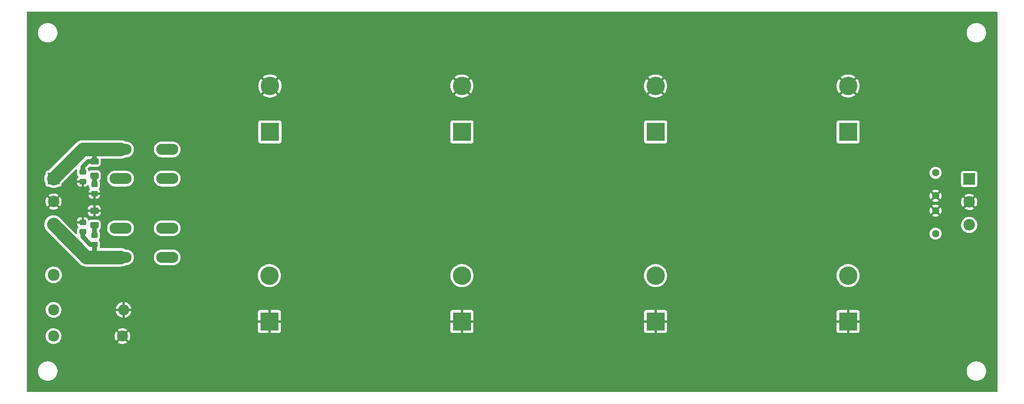
<source format=gbr>
G04 #@! TF.GenerationSoftware,KiCad,Pcbnew,(6.0.0-0)*
G04 #@! TF.CreationDate,2021-12-28T20:37:26+01:00*
G04 #@! TF.ProjectId,psu-mosfet-160w,7073752d-6d6f-4736-9665-742d31363077,rev?*
G04 #@! TF.SameCoordinates,Original*
G04 #@! TF.FileFunction,Copper,L1,Top*
G04 #@! TF.FilePolarity,Positive*
%FSLAX46Y46*%
G04 Gerber Fmt 4.6, Leading zero omitted, Abs format (unit mm)*
G04 Created by KiCad (PCBNEW (6.0.0-0)) date 2021-12-28 20:37:26*
%MOMM*%
%LPD*%
G01*
G04 APERTURE LIST*
G04 Aperture macros list*
%AMRoundRect*
0 Rectangle with rounded corners*
0 $1 Rounding radius*
0 $2 $3 $4 $5 $6 $7 $8 $9 X,Y pos of 4 corners*
0 Add a 4 corners polygon primitive as box body*
4,1,4,$2,$3,$4,$5,$6,$7,$8,$9,$2,$3,0*
0 Add four circle primitives for the rounded corners*
1,1,$1+$1,$2,$3*
1,1,$1+$1,$4,$5*
1,1,$1+$1,$6,$7*
1,1,$1+$1,$8,$9*
0 Add four rect primitives between the rounded corners*
20,1,$1+$1,$2,$3,$4,$5,0*
20,1,$1+$1,$4,$5,$6,$7,0*
20,1,$1+$1,$6,$7,$8,$9,0*
20,1,$1+$1,$8,$9,$2,$3,0*%
G04 Aperture macros list end*
G04 #@! TA.AperFunction,ComponentPad*
%ADD10C,2.400000*%
G04 #@! TD*
G04 #@! TA.AperFunction,SMDPad,CuDef*
%ADD11RoundRect,0.250000X-0.475000X0.337500X-0.475000X-0.337500X0.475000X-0.337500X0.475000X0.337500X0*%
G04 #@! TD*
G04 #@! TA.AperFunction,SMDPad,CuDef*
%ADD12RoundRect,0.249999X-0.650001X0.412501X-0.650001X-0.412501X0.650001X-0.412501X0.650001X0.412501X0*%
G04 #@! TD*
G04 #@! TA.AperFunction,ComponentPad*
%ADD13R,4.000000X4.000000*%
G04 #@! TD*
G04 #@! TA.AperFunction,ComponentPad*
%ADD14C,4.000000*%
G04 #@! TD*
G04 #@! TA.AperFunction,ComponentPad*
%ADD15O,4.800600X2.400300*%
G04 #@! TD*
G04 #@! TA.AperFunction,ComponentPad*
%ADD16R,2.500000X2.500000*%
G04 #@! TD*
G04 #@! TA.AperFunction,ComponentPad*
%ADD17C,2.500000*%
G04 #@! TD*
G04 #@! TA.AperFunction,ComponentPad*
%ADD18C,2.600000*%
G04 #@! TD*
G04 #@! TA.AperFunction,ComponentPad*
%ADD19O,2.400000X2.400000*%
G04 #@! TD*
G04 #@! TA.AperFunction,SMDPad,CuDef*
%ADD20RoundRect,0.249999X-0.450001X0.350001X-0.450001X-0.350001X0.450001X-0.350001X0.450001X0.350001X0*%
G04 #@! TD*
G04 #@! TA.AperFunction,ComponentPad*
%ADD21C,1.600000*%
G04 #@! TD*
G04 #@! TA.AperFunction,Conductor*
%ADD22C,1.000000*%
G04 #@! TD*
G04 #@! TA.AperFunction,Conductor*
%ADD23C,3.000000*%
G04 #@! TD*
G04 APERTURE END LIST*
D10*
X26416000Y-94742000D03*
X41416000Y-94742000D03*
D11*
X32766000Y-59012000D03*
X32766000Y-61087000D03*
X32766000Y-69977000D03*
X32766000Y-72052000D03*
D12*
X35306000Y-56692000D03*
X35306000Y-59817000D03*
X35306000Y-67437000D03*
X35306000Y-70562000D03*
D13*
X73533000Y-50292000D03*
D14*
X73533000Y-40292000D03*
D13*
X73406000Y-91567000D03*
D14*
X73406000Y-81567000D03*
D13*
X115316000Y-50292000D03*
D14*
X115316000Y-40292000D03*
D13*
X115316000Y-91567000D03*
D14*
X115316000Y-81567000D03*
D15*
X41021000Y-71247000D03*
X51181000Y-71247000D03*
X41021000Y-77597000D03*
X51181000Y-77597000D03*
X51181000Y-54102000D03*
X41021000Y-54102000D03*
X51181000Y-60452000D03*
X41021000Y-60452000D03*
D16*
X26416000Y-60452000D03*
D17*
X26416000Y-65452000D03*
X26416000Y-70452000D03*
D18*
X26416000Y-81407000D03*
D10*
X26416000Y-89027000D03*
D19*
X41656000Y-89027000D03*
D20*
X35306000Y-61722000D03*
X35306000Y-63722000D03*
X35306000Y-72787000D03*
X35306000Y-74787000D03*
D21*
X218440000Y-59182000D03*
X218440000Y-64182000D03*
X218440000Y-67437000D03*
X218440000Y-72437000D03*
D16*
X225760000Y-60532000D03*
D17*
X225760000Y-65532000D03*
X225760000Y-70532000D03*
D13*
X199390000Y-50291999D03*
D14*
X199390000Y-40291999D03*
D13*
X199390000Y-91567000D03*
D14*
X199390000Y-81567000D03*
D13*
X157480000Y-91567000D03*
D14*
X157480000Y-81567000D03*
D13*
X157480000Y-50291999D03*
D14*
X157480000Y-40291999D03*
D22*
X32766000Y-57912000D02*
X32766000Y-59012000D01*
X33986000Y-56692000D02*
X32766000Y-57912000D01*
X35306000Y-56692000D02*
X35306000Y-54102000D01*
D23*
X41021000Y-54102000D02*
X35306000Y-54102000D01*
D22*
X35306000Y-56692000D02*
X33986000Y-56692000D01*
D23*
X32766000Y-54102000D02*
X26416000Y-60452000D01*
X35306000Y-54102000D02*
X32766000Y-54102000D01*
D22*
X35306000Y-74787000D02*
X35306000Y-76962000D01*
D23*
X33561000Y-77597000D02*
X26416000Y-70452000D01*
D22*
X34401000Y-74787000D02*
X32766000Y-73152000D01*
X35306000Y-74787000D02*
X34401000Y-74787000D01*
D23*
X35941000Y-77597000D02*
X33561000Y-77597000D01*
D22*
X32766000Y-73152000D02*
X32766000Y-72052000D01*
X35306000Y-76962000D02*
X35941000Y-77597000D01*
D23*
X41021000Y-77597000D02*
X35941000Y-77597000D01*
D22*
X35306000Y-61722000D02*
X35306000Y-59817000D01*
X35306000Y-72787000D02*
X35306000Y-70562000D01*
G04 #@! TA.AperFunction,Conductor*
G36*
X231844121Y-24150002D02*
G01*
X231890614Y-24203658D01*
X231902000Y-24256000D01*
X231902000Y-106808000D01*
X231881998Y-106876121D01*
X231828342Y-106922614D01*
X231776000Y-106934000D01*
X20700000Y-106934000D01*
X20631879Y-106913998D01*
X20585386Y-106860342D01*
X20574000Y-106808000D01*
X20574000Y-102494703D01*
X23036743Y-102494703D01*
X23074268Y-102779734D01*
X23150129Y-103057036D01*
X23262923Y-103321476D01*
X23410561Y-103568161D01*
X23590313Y-103792528D01*
X23798851Y-103990423D01*
X24032317Y-104158186D01*
X24036112Y-104160195D01*
X24036113Y-104160196D01*
X24057869Y-104171715D01*
X24286392Y-104292712D01*
X24556373Y-104391511D01*
X24837264Y-104452755D01*
X24865841Y-104455004D01*
X25060282Y-104470307D01*
X25060291Y-104470307D01*
X25062739Y-104470500D01*
X25218271Y-104470500D01*
X25220407Y-104470354D01*
X25220418Y-104470354D01*
X25428548Y-104456165D01*
X25428554Y-104456164D01*
X25432825Y-104455873D01*
X25437020Y-104455004D01*
X25437022Y-104455004D01*
X25573584Y-104426723D01*
X25714342Y-104397574D01*
X25985343Y-104301607D01*
X26240812Y-104169750D01*
X26244313Y-104167289D01*
X26244317Y-104167287D01*
X26358418Y-104087095D01*
X26476023Y-104004441D01*
X26686622Y-103808740D01*
X26868713Y-103586268D01*
X27018927Y-103341142D01*
X27134483Y-103077898D01*
X27213244Y-102801406D01*
X27253751Y-102516784D01*
X27253845Y-102498951D01*
X27253867Y-102494703D01*
X225220743Y-102494703D01*
X225258268Y-102779734D01*
X225334129Y-103057036D01*
X225446923Y-103321476D01*
X225594561Y-103568161D01*
X225774313Y-103792528D01*
X225982851Y-103990423D01*
X226216317Y-104158186D01*
X226220112Y-104160195D01*
X226220113Y-104160196D01*
X226241869Y-104171715D01*
X226470392Y-104292712D01*
X226740373Y-104391511D01*
X227021264Y-104452755D01*
X227049841Y-104455004D01*
X227244282Y-104470307D01*
X227244291Y-104470307D01*
X227246739Y-104470500D01*
X227402271Y-104470500D01*
X227404407Y-104470354D01*
X227404418Y-104470354D01*
X227612548Y-104456165D01*
X227612554Y-104456164D01*
X227616825Y-104455873D01*
X227621020Y-104455004D01*
X227621022Y-104455004D01*
X227757584Y-104426723D01*
X227898342Y-104397574D01*
X228169343Y-104301607D01*
X228424812Y-104169750D01*
X228428313Y-104167289D01*
X228428317Y-104167287D01*
X228542417Y-104087096D01*
X228660023Y-104004441D01*
X228870622Y-103808740D01*
X229052713Y-103586268D01*
X229202927Y-103341142D01*
X229318483Y-103077898D01*
X229397244Y-102801406D01*
X229437751Y-102516784D01*
X229437845Y-102498951D01*
X229439235Y-102233583D01*
X229439235Y-102233576D01*
X229439257Y-102229297D01*
X229401732Y-101944266D01*
X229325871Y-101666964D01*
X229213077Y-101402524D01*
X229065439Y-101155839D01*
X228885687Y-100931472D01*
X228677149Y-100733577D01*
X228443683Y-100565814D01*
X228421843Y-100554250D01*
X228398654Y-100541972D01*
X228189608Y-100431288D01*
X227919627Y-100332489D01*
X227638736Y-100271245D01*
X227607685Y-100268801D01*
X227415718Y-100253693D01*
X227415709Y-100253693D01*
X227413261Y-100253500D01*
X227257729Y-100253500D01*
X227255593Y-100253646D01*
X227255582Y-100253646D01*
X227047452Y-100267835D01*
X227047446Y-100267836D01*
X227043175Y-100268127D01*
X227038980Y-100268996D01*
X227038978Y-100268996D01*
X226902416Y-100297277D01*
X226761658Y-100326426D01*
X226490657Y-100422393D01*
X226235188Y-100554250D01*
X226231687Y-100556711D01*
X226231683Y-100556713D01*
X226221594Y-100563804D01*
X225999977Y-100719559D01*
X225789378Y-100915260D01*
X225607287Y-101137732D01*
X225457073Y-101382858D01*
X225341517Y-101646102D01*
X225262756Y-101922594D01*
X225222249Y-102207216D01*
X225222227Y-102211505D01*
X225222226Y-102211512D01*
X225220765Y-102490417D01*
X225220743Y-102494703D01*
X27253867Y-102494703D01*
X27255235Y-102233583D01*
X27255235Y-102233576D01*
X27255257Y-102229297D01*
X27217732Y-101944266D01*
X27141871Y-101666964D01*
X27029077Y-101402524D01*
X26881439Y-101155839D01*
X26701687Y-100931472D01*
X26493149Y-100733577D01*
X26259683Y-100565814D01*
X26237843Y-100554250D01*
X26214654Y-100541972D01*
X26005608Y-100431288D01*
X25735627Y-100332489D01*
X25454736Y-100271245D01*
X25423685Y-100268801D01*
X25231718Y-100253693D01*
X25231709Y-100253693D01*
X25229261Y-100253500D01*
X25073729Y-100253500D01*
X25071593Y-100253646D01*
X25071582Y-100253646D01*
X24863452Y-100267835D01*
X24863446Y-100267836D01*
X24859175Y-100268127D01*
X24854980Y-100268996D01*
X24854978Y-100268996D01*
X24718417Y-100297276D01*
X24577658Y-100326426D01*
X24306657Y-100422393D01*
X24051188Y-100554250D01*
X24047687Y-100556711D01*
X24047683Y-100556713D01*
X24037594Y-100563804D01*
X23815977Y-100719559D01*
X23605378Y-100915260D01*
X23423287Y-101137732D01*
X23273073Y-101382858D01*
X23157517Y-101646102D01*
X23078756Y-101922594D01*
X23038249Y-102207216D01*
X23038227Y-102211505D01*
X23038226Y-102211512D01*
X23036765Y-102490417D01*
X23036743Y-102494703D01*
X20574000Y-102494703D01*
X20574000Y-94697151D01*
X24703296Y-94697151D01*
X24703520Y-94701817D01*
X24703520Y-94701822D01*
X24706066Y-94754812D01*
X24715480Y-94950798D01*
X24765021Y-95199857D01*
X24766600Y-95204255D01*
X24766602Y-95204262D01*
X24811022Y-95327980D01*
X24850831Y-95438858D01*
X24853048Y-95442984D01*
X24968666Y-95658160D01*
X24971025Y-95662551D01*
X24973820Y-95666294D01*
X24973822Y-95666297D01*
X25120171Y-95862282D01*
X25120176Y-95862288D01*
X25122963Y-95866020D01*
X25126272Y-95869300D01*
X25126277Y-95869306D01*
X25224859Y-95967031D01*
X25303307Y-96044797D01*
X25307069Y-96047555D01*
X25307072Y-96047558D01*
X25382912Y-96103166D01*
X25508094Y-96194953D01*
X25512229Y-96197129D01*
X25512233Y-96197131D01*
X25629447Y-96258800D01*
X25732827Y-96313191D01*
X25865803Y-96359628D01*
X25966764Y-96394885D01*
X25972568Y-96396912D01*
X26222050Y-96444278D01*
X26342532Y-96449011D01*
X26471125Y-96454064D01*
X26471130Y-96454064D01*
X26475793Y-96454247D01*
X26566821Y-96444278D01*
X26723569Y-96427112D01*
X26723575Y-96427111D01*
X26728222Y-96426602D01*
X26837680Y-96397784D01*
X26969273Y-96363138D01*
X26973793Y-96361948D01*
X27093433Y-96310547D01*
X27202807Y-96263557D01*
X27202810Y-96263555D01*
X27207110Y-96261708D01*
X27211090Y-96259245D01*
X27211094Y-96259243D01*
X27419064Y-96130547D01*
X27419066Y-96130545D01*
X27423047Y-96128082D01*
X27438076Y-96115359D01*
X40407386Y-96115359D01*
X40416099Y-96126879D01*
X40504586Y-96191760D01*
X40512505Y-96196708D01*
X40728877Y-96310547D01*
X40737451Y-96314275D01*
X40968282Y-96394885D01*
X40977291Y-96397299D01*
X41217518Y-96442908D01*
X41226775Y-96443962D01*
X41471107Y-96453563D01*
X41480420Y-96453237D01*
X41723478Y-96426618D01*
X41732655Y-96424917D01*
X41969107Y-96362665D01*
X41977926Y-96359628D01*
X42202584Y-96263107D01*
X42210856Y-96258800D01*
X42418777Y-96130135D01*
X42420620Y-96128796D01*
X42428038Y-96117541D01*
X42421974Y-96107184D01*
X41428812Y-95114022D01*
X41414868Y-95106408D01*
X41413035Y-95106539D01*
X41406420Y-95110790D01*
X40414044Y-96103166D01*
X40407386Y-96115359D01*
X27438076Y-96115359D01*
X27521428Y-96044797D01*
X27613289Y-95967031D01*
X27613291Y-95967029D01*
X27616862Y-95964006D01*
X27784295Y-95773084D01*
X27798686Y-95750712D01*
X27919141Y-95563442D01*
X27921669Y-95559512D01*
X28025967Y-95327980D01*
X28027288Y-95323298D01*
X28060859Y-95204262D01*
X28094896Y-95083575D01*
X28126943Y-94831667D01*
X28127027Y-94828483D01*
X28128264Y-94781233D01*
X28129291Y-94742000D01*
X28126306Y-94701835D01*
X39704022Y-94701835D01*
X39715754Y-94946064D01*
X39716891Y-94955324D01*
X39764593Y-95195143D01*
X39767082Y-95204118D01*
X39849708Y-95434250D01*
X39853505Y-95442778D01*
X39969234Y-95658160D01*
X39974245Y-95666027D01*
X40031173Y-95742263D01*
X40042431Y-95750712D01*
X40054850Y-95743940D01*
X41043978Y-94754812D01*
X41050356Y-94743132D01*
X41780408Y-94743132D01*
X41780539Y-94744965D01*
X41784790Y-94751580D01*
X42779732Y-95746522D01*
X42792112Y-95753282D01*
X42800453Y-95747038D01*
X42918700Y-95563202D01*
X42923147Y-95555011D01*
X43023572Y-95332076D01*
X43026767Y-95323298D01*
X43093135Y-95087973D01*
X43094993Y-95078844D01*
X43126044Y-94834770D01*
X43126525Y-94828483D01*
X43128706Y-94745160D01*
X43128555Y-94738851D01*
X43110321Y-94493486D01*
X43108944Y-94484280D01*
X43054979Y-94245786D01*
X43052255Y-94236875D01*
X42963633Y-94008983D01*
X42959619Y-94000567D01*
X42838284Y-93788276D01*
X42833074Y-93780553D01*
X42801787Y-93740865D01*
X42789863Y-93732395D01*
X42778328Y-93738882D01*
X41788022Y-94729188D01*
X41780408Y-94743132D01*
X41050356Y-94743132D01*
X41051592Y-94740868D01*
X41051461Y-94739035D01*
X41047210Y-94732420D01*
X40052828Y-93738038D01*
X40039520Y-93730771D01*
X40029481Y-93737893D01*
X40024581Y-93743784D01*
X40019168Y-93751373D01*
X39892322Y-93960409D01*
X39888084Y-93968726D01*
X39793529Y-94194214D01*
X39790572Y-94203052D01*
X39730384Y-94440042D01*
X39728763Y-94449232D01*
X39704267Y-94692510D01*
X39704022Y-94701835D01*
X28126306Y-94701835D01*
X28125612Y-94692497D01*
X28110818Y-94493411D01*
X28110817Y-94493407D01*
X28110472Y-94488759D01*
X28099449Y-94440042D01*
X28055459Y-94245639D01*
X28054428Y-94241082D01*
X28036138Y-94194050D01*
X27964084Y-94008762D01*
X27964083Y-94008760D01*
X27962391Y-94004409D01*
X27941866Y-93968498D01*
X27838702Y-93787997D01*
X27838700Y-93787995D01*
X27836383Y-93783940D01*
X27679171Y-93584517D01*
X27494209Y-93410523D01*
X27445443Y-93376693D01*
X27431351Y-93366917D01*
X40405330Y-93366917D01*
X40409903Y-93376693D01*
X41403188Y-94369978D01*
X41417132Y-94377592D01*
X41418965Y-94377461D01*
X41425580Y-94373210D01*
X42187121Y-93611669D01*
X70898001Y-93611669D01*
X70898371Y-93618490D01*
X70903895Y-93669352D01*
X70907521Y-93684604D01*
X70952676Y-93805054D01*
X70961214Y-93820649D01*
X71037715Y-93922724D01*
X71050276Y-93935285D01*
X71152351Y-94011786D01*
X71167946Y-94020324D01*
X71288394Y-94065478D01*
X71303649Y-94069105D01*
X71354514Y-94074631D01*
X71361328Y-94075000D01*
X73133885Y-94075000D01*
X73149124Y-94070525D01*
X73150329Y-94069135D01*
X73152000Y-94061452D01*
X73152000Y-94056884D01*
X73660000Y-94056884D01*
X73664475Y-94072123D01*
X73665865Y-94073328D01*
X73673548Y-94074999D01*
X75450669Y-94074999D01*
X75457490Y-94074629D01*
X75508352Y-94069105D01*
X75523604Y-94065479D01*
X75644054Y-94020324D01*
X75659649Y-94011786D01*
X75761724Y-93935285D01*
X75774285Y-93922724D01*
X75850786Y-93820649D01*
X75859324Y-93805054D01*
X75904478Y-93684606D01*
X75908105Y-93669351D01*
X75913631Y-93618486D01*
X75914000Y-93611672D01*
X75914000Y-93611669D01*
X112808001Y-93611669D01*
X112808371Y-93618490D01*
X112813895Y-93669352D01*
X112817521Y-93684604D01*
X112862676Y-93805054D01*
X112871214Y-93820649D01*
X112947715Y-93922724D01*
X112960276Y-93935285D01*
X113062351Y-94011786D01*
X113077946Y-94020324D01*
X113198394Y-94065478D01*
X113213649Y-94069105D01*
X113264514Y-94074631D01*
X113271328Y-94075000D01*
X115043885Y-94075000D01*
X115059124Y-94070525D01*
X115060329Y-94069135D01*
X115062000Y-94061452D01*
X115062000Y-94056884D01*
X115570000Y-94056884D01*
X115574475Y-94072123D01*
X115575865Y-94073328D01*
X115583548Y-94074999D01*
X117360669Y-94074999D01*
X117367490Y-94074629D01*
X117418352Y-94069105D01*
X117433604Y-94065479D01*
X117554054Y-94020324D01*
X117569649Y-94011786D01*
X117671724Y-93935285D01*
X117684285Y-93922724D01*
X117760786Y-93820649D01*
X117769324Y-93805054D01*
X117814478Y-93684606D01*
X117818105Y-93669351D01*
X117823631Y-93618486D01*
X117824000Y-93611672D01*
X117824000Y-93611669D01*
X154972001Y-93611669D01*
X154972371Y-93618490D01*
X154977895Y-93669352D01*
X154981521Y-93684604D01*
X155026676Y-93805054D01*
X155035214Y-93820649D01*
X155111715Y-93922724D01*
X155124276Y-93935285D01*
X155226351Y-94011786D01*
X155241946Y-94020324D01*
X155362394Y-94065478D01*
X155377649Y-94069105D01*
X155428514Y-94074631D01*
X155435328Y-94075000D01*
X157207885Y-94075000D01*
X157223124Y-94070525D01*
X157224329Y-94069135D01*
X157226000Y-94061452D01*
X157226000Y-94056884D01*
X157734000Y-94056884D01*
X157738475Y-94072123D01*
X157739865Y-94073328D01*
X157747548Y-94074999D01*
X159524669Y-94074999D01*
X159531490Y-94074629D01*
X159582352Y-94069105D01*
X159597604Y-94065479D01*
X159718054Y-94020324D01*
X159733649Y-94011786D01*
X159835724Y-93935285D01*
X159848285Y-93922724D01*
X159924786Y-93820649D01*
X159933324Y-93805054D01*
X159978478Y-93684606D01*
X159982105Y-93669351D01*
X159987631Y-93618486D01*
X159988000Y-93611672D01*
X159988000Y-93611669D01*
X196882001Y-93611669D01*
X196882371Y-93618490D01*
X196887895Y-93669352D01*
X196891521Y-93684604D01*
X196936676Y-93805054D01*
X196945214Y-93820649D01*
X197021715Y-93922724D01*
X197034276Y-93935285D01*
X197136351Y-94011786D01*
X197151946Y-94020324D01*
X197272394Y-94065478D01*
X197287649Y-94069105D01*
X197338514Y-94074631D01*
X197345328Y-94075000D01*
X199117885Y-94075000D01*
X199133124Y-94070525D01*
X199134329Y-94069135D01*
X199136000Y-94061452D01*
X199136000Y-94056884D01*
X199644000Y-94056884D01*
X199648475Y-94072123D01*
X199649865Y-94073328D01*
X199657548Y-94074999D01*
X201434669Y-94074999D01*
X201441490Y-94074629D01*
X201492352Y-94069105D01*
X201507604Y-94065479D01*
X201628054Y-94020324D01*
X201643649Y-94011786D01*
X201745724Y-93935285D01*
X201758285Y-93922724D01*
X201834786Y-93820649D01*
X201843324Y-93805054D01*
X201888478Y-93684606D01*
X201892105Y-93669351D01*
X201897631Y-93618486D01*
X201898000Y-93611672D01*
X201898000Y-91839115D01*
X201893525Y-91823876D01*
X201892135Y-91822671D01*
X201884452Y-91821000D01*
X199662115Y-91821000D01*
X199646876Y-91825475D01*
X199645671Y-91826865D01*
X199644000Y-91834548D01*
X199644000Y-94056884D01*
X199136000Y-94056884D01*
X199136000Y-91839115D01*
X199131525Y-91823876D01*
X199130135Y-91822671D01*
X199122452Y-91821000D01*
X196900116Y-91821000D01*
X196884877Y-91825475D01*
X196883672Y-91826865D01*
X196882001Y-91834548D01*
X196882001Y-93611669D01*
X159988000Y-93611669D01*
X159988000Y-91839115D01*
X159983525Y-91823876D01*
X159982135Y-91822671D01*
X159974452Y-91821000D01*
X157752115Y-91821000D01*
X157736876Y-91825475D01*
X157735671Y-91826865D01*
X157734000Y-91834548D01*
X157734000Y-94056884D01*
X157226000Y-94056884D01*
X157226000Y-91839115D01*
X157221525Y-91823876D01*
X157220135Y-91822671D01*
X157212452Y-91821000D01*
X154990116Y-91821000D01*
X154974877Y-91825475D01*
X154973672Y-91826865D01*
X154972001Y-91834548D01*
X154972001Y-93611669D01*
X117824000Y-93611669D01*
X117824000Y-91839115D01*
X117819525Y-91823876D01*
X117818135Y-91822671D01*
X117810452Y-91821000D01*
X115588115Y-91821000D01*
X115572876Y-91825475D01*
X115571671Y-91826865D01*
X115570000Y-91834548D01*
X115570000Y-94056884D01*
X115062000Y-94056884D01*
X115062000Y-91839115D01*
X115057525Y-91823876D01*
X115056135Y-91822671D01*
X115048452Y-91821000D01*
X112826116Y-91821000D01*
X112810877Y-91825475D01*
X112809672Y-91826865D01*
X112808001Y-91834548D01*
X112808001Y-93611669D01*
X75914000Y-93611669D01*
X75914000Y-91839115D01*
X75909525Y-91823876D01*
X75908135Y-91822671D01*
X75900452Y-91821000D01*
X73678115Y-91821000D01*
X73662876Y-91825475D01*
X73661671Y-91826865D01*
X73660000Y-91834548D01*
X73660000Y-94056884D01*
X73152000Y-94056884D01*
X73152000Y-91839115D01*
X73147525Y-91823876D01*
X73146135Y-91822671D01*
X73138452Y-91821000D01*
X70916116Y-91821000D01*
X70900877Y-91825475D01*
X70899672Y-91826865D01*
X70898001Y-91834548D01*
X70898001Y-93611669D01*
X42187121Y-93611669D01*
X42418488Y-93380302D01*
X42424872Y-93368612D01*
X42415460Y-93356502D01*
X42289144Y-93268873D01*
X42281116Y-93264145D01*
X42061810Y-93155995D01*
X42053177Y-93152507D01*
X41820288Y-93077958D01*
X41811238Y-93075785D01*
X41569891Y-93036480D01*
X41560602Y-93035668D01*
X41316114Y-93032467D01*
X41306803Y-93033037D01*
X41064522Y-93066010D01*
X41055403Y-93067948D01*
X40820668Y-93136367D01*
X40811915Y-93139639D01*
X40589869Y-93242004D01*
X40581714Y-93246524D01*
X40414468Y-93356175D01*
X40405330Y-93366917D01*
X27431351Y-93366917D01*
X27289393Y-93268437D01*
X27289390Y-93268435D01*
X27285561Y-93265779D01*
X27281384Y-93263719D01*
X27281377Y-93263715D01*
X27061996Y-93155528D01*
X27061992Y-93155527D01*
X27057810Y-93153464D01*
X26815960Y-93076047D01*
X26811355Y-93075297D01*
X26569935Y-93035980D01*
X26569934Y-93035980D01*
X26565323Y-93035229D01*
X26438364Y-93033567D01*
X26316083Y-93031966D01*
X26316080Y-93031966D01*
X26311406Y-93031905D01*
X26059787Y-93066149D01*
X26055301Y-93067457D01*
X26055299Y-93067457D01*
X26028401Y-93075297D01*
X25815993Y-93137208D01*
X25811740Y-93139168D01*
X25811739Y-93139169D01*
X25783818Y-93152041D01*
X25585380Y-93243522D01*
X25581471Y-93246085D01*
X25376928Y-93380189D01*
X25376923Y-93380193D01*
X25373015Y-93382755D01*
X25183562Y-93551848D01*
X25021183Y-93747087D01*
X24889447Y-93964182D01*
X24887638Y-93968496D01*
X24887637Y-93968498D01*
X24842978Y-94074999D01*
X24791246Y-94198365D01*
X24790095Y-94202897D01*
X24790094Y-94202900D01*
X24759017Y-94325267D01*
X24728738Y-94444490D01*
X24703296Y-94697151D01*
X20574000Y-94697151D01*
X20574000Y-91294885D01*
X70898000Y-91294885D01*
X70902475Y-91310124D01*
X70903865Y-91311329D01*
X70911548Y-91313000D01*
X73133885Y-91313000D01*
X73149124Y-91308525D01*
X73150329Y-91307135D01*
X73152000Y-91299452D01*
X73152000Y-91294885D01*
X73660000Y-91294885D01*
X73664475Y-91310124D01*
X73665865Y-91311329D01*
X73673548Y-91313000D01*
X75895884Y-91313000D01*
X75911123Y-91308525D01*
X75912328Y-91307135D01*
X75913999Y-91299452D01*
X75913999Y-91294885D01*
X112808000Y-91294885D01*
X112812475Y-91310124D01*
X112813865Y-91311329D01*
X112821548Y-91313000D01*
X115043885Y-91313000D01*
X115059124Y-91308525D01*
X115060329Y-91307135D01*
X115062000Y-91299452D01*
X115062000Y-91294885D01*
X115570000Y-91294885D01*
X115574475Y-91310124D01*
X115575865Y-91311329D01*
X115583548Y-91313000D01*
X117805884Y-91313000D01*
X117821123Y-91308525D01*
X117822328Y-91307135D01*
X117823999Y-91299452D01*
X117823999Y-91294885D01*
X154972000Y-91294885D01*
X154976475Y-91310124D01*
X154977865Y-91311329D01*
X154985548Y-91313000D01*
X157207885Y-91313000D01*
X157223124Y-91308525D01*
X157224329Y-91307135D01*
X157226000Y-91299452D01*
X157226000Y-91294885D01*
X157734000Y-91294885D01*
X157738475Y-91310124D01*
X157739865Y-91311329D01*
X157747548Y-91313000D01*
X159969884Y-91313000D01*
X159985123Y-91308525D01*
X159986328Y-91307135D01*
X159987999Y-91299452D01*
X159987999Y-91294885D01*
X196882000Y-91294885D01*
X196886475Y-91310124D01*
X196887865Y-91311329D01*
X196895548Y-91313000D01*
X199117885Y-91313000D01*
X199133124Y-91308525D01*
X199134329Y-91307135D01*
X199136000Y-91299452D01*
X199136000Y-91294885D01*
X199644000Y-91294885D01*
X199648475Y-91310124D01*
X199649865Y-91311329D01*
X199657548Y-91313000D01*
X201879884Y-91313000D01*
X201895123Y-91308525D01*
X201896328Y-91307135D01*
X201897999Y-91299452D01*
X201897999Y-89522331D01*
X201897629Y-89515510D01*
X201892105Y-89464648D01*
X201888479Y-89449396D01*
X201843324Y-89328946D01*
X201834786Y-89313351D01*
X201758285Y-89211276D01*
X201745724Y-89198715D01*
X201643649Y-89122214D01*
X201628054Y-89113676D01*
X201507606Y-89068522D01*
X201492351Y-89064895D01*
X201441486Y-89059369D01*
X201434672Y-89059000D01*
X199662115Y-89059000D01*
X199646876Y-89063475D01*
X199645671Y-89064865D01*
X199644000Y-89072548D01*
X199644000Y-91294885D01*
X199136000Y-91294885D01*
X199136000Y-89077116D01*
X199131525Y-89061877D01*
X199130135Y-89060672D01*
X199122452Y-89059001D01*
X197345331Y-89059001D01*
X197338510Y-89059371D01*
X197287648Y-89064895D01*
X197272396Y-89068521D01*
X197151946Y-89113676D01*
X197136351Y-89122214D01*
X197034276Y-89198715D01*
X197021715Y-89211276D01*
X196945214Y-89313351D01*
X196936676Y-89328946D01*
X196891522Y-89449394D01*
X196887895Y-89464649D01*
X196882369Y-89515514D01*
X196882000Y-89522328D01*
X196882000Y-91294885D01*
X159987999Y-91294885D01*
X159987999Y-89522331D01*
X159987629Y-89515510D01*
X159982105Y-89464648D01*
X159978479Y-89449396D01*
X159933324Y-89328946D01*
X159924786Y-89313351D01*
X159848285Y-89211276D01*
X159835724Y-89198715D01*
X159733649Y-89122214D01*
X159718054Y-89113676D01*
X159597606Y-89068522D01*
X159582351Y-89064895D01*
X159531486Y-89059369D01*
X159524672Y-89059000D01*
X157752115Y-89059000D01*
X157736876Y-89063475D01*
X157735671Y-89064865D01*
X157734000Y-89072548D01*
X157734000Y-91294885D01*
X157226000Y-91294885D01*
X157226000Y-89077116D01*
X157221525Y-89061877D01*
X157220135Y-89060672D01*
X157212452Y-89059001D01*
X155435331Y-89059001D01*
X155428510Y-89059371D01*
X155377648Y-89064895D01*
X155362396Y-89068521D01*
X155241946Y-89113676D01*
X155226351Y-89122214D01*
X155124276Y-89198715D01*
X155111715Y-89211276D01*
X155035214Y-89313351D01*
X155026676Y-89328946D01*
X154981522Y-89449394D01*
X154977895Y-89464649D01*
X154972369Y-89515514D01*
X154972000Y-89522328D01*
X154972000Y-91294885D01*
X117823999Y-91294885D01*
X117823999Y-89522331D01*
X117823629Y-89515510D01*
X117818105Y-89464648D01*
X117814479Y-89449396D01*
X117769324Y-89328946D01*
X117760786Y-89313351D01*
X117684285Y-89211276D01*
X117671724Y-89198715D01*
X117569649Y-89122214D01*
X117554054Y-89113676D01*
X117433606Y-89068522D01*
X117418351Y-89064895D01*
X117367486Y-89059369D01*
X117360672Y-89059000D01*
X115588115Y-89059000D01*
X115572876Y-89063475D01*
X115571671Y-89064865D01*
X115570000Y-89072548D01*
X115570000Y-91294885D01*
X115062000Y-91294885D01*
X115062000Y-89077116D01*
X115057525Y-89061877D01*
X115056135Y-89060672D01*
X115048452Y-89059001D01*
X113271331Y-89059001D01*
X113264510Y-89059371D01*
X113213648Y-89064895D01*
X113198396Y-89068521D01*
X113077946Y-89113676D01*
X113062351Y-89122214D01*
X112960276Y-89198715D01*
X112947715Y-89211276D01*
X112871214Y-89313351D01*
X112862676Y-89328946D01*
X112817522Y-89449394D01*
X112813895Y-89464649D01*
X112808369Y-89515514D01*
X112808000Y-89522328D01*
X112808000Y-91294885D01*
X75913999Y-91294885D01*
X75913999Y-89522331D01*
X75913629Y-89515510D01*
X75908105Y-89464648D01*
X75904479Y-89449396D01*
X75859324Y-89328946D01*
X75850786Y-89313351D01*
X75774285Y-89211276D01*
X75761724Y-89198715D01*
X75659649Y-89122214D01*
X75644054Y-89113676D01*
X75523606Y-89068522D01*
X75508351Y-89064895D01*
X75457486Y-89059369D01*
X75450672Y-89059000D01*
X73678115Y-89059000D01*
X73662876Y-89063475D01*
X73661671Y-89064865D01*
X73660000Y-89072548D01*
X73660000Y-91294885D01*
X73152000Y-91294885D01*
X73152000Y-89077116D01*
X73147525Y-89061877D01*
X73146135Y-89060672D01*
X73138452Y-89059001D01*
X71361331Y-89059001D01*
X71354510Y-89059371D01*
X71303648Y-89064895D01*
X71288396Y-89068521D01*
X71167946Y-89113676D01*
X71152351Y-89122214D01*
X71050276Y-89198715D01*
X71037715Y-89211276D01*
X70961214Y-89313351D01*
X70952676Y-89328946D01*
X70907522Y-89449394D01*
X70903895Y-89464649D01*
X70898369Y-89515514D01*
X70898000Y-89522328D01*
X70898000Y-91294885D01*
X20574000Y-91294885D01*
X20574000Y-88982151D01*
X24703296Y-88982151D01*
X24703520Y-88986817D01*
X24703520Y-88986822D01*
X24707005Y-89059369D01*
X24715480Y-89235798D01*
X24765021Y-89484857D01*
X24766600Y-89489255D01*
X24766602Y-89489262D01*
X24811022Y-89612980D01*
X24850831Y-89723858D01*
X24853048Y-89727984D01*
X24968666Y-89943160D01*
X24971025Y-89947551D01*
X24973820Y-89951294D01*
X24973822Y-89951297D01*
X25120171Y-90147282D01*
X25120176Y-90147288D01*
X25122963Y-90151020D01*
X25126272Y-90154300D01*
X25126277Y-90154306D01*
X25224493Y-90251668D01*
X25303307Y-90329797D01*
X25307069Y-90332555D01*
X25307072Y-90332558D01*
X25412222Y-90409657D01*
X25508094Y-90479953D01*
X25512229Y-90482129D01*
X25512233Y-90482131D01*
X25629447Y-90543800D01*
X25732827Y-90598191D01*
X25865803Y-90644628D01*
X25966764Y-90679885D01*
X25972568Y-90681912D01*
X26222050Y-90729278D01*
X26342532Y-90734011D01*
X26471125Y-90739064D01*
X26471130Y-90739064D01*
X26475793Y-90739247D01*
X26574774Y-90728407D01*
X26723569Y-90712112D01*
X26723575Y-90712111D01*
X26728222Y-90711602D01*
X26734615Y-90709919D01*
X26969273Y-90648138D01*
X26973793Y-90646948D01*
X27093433Y-90595547D01*
X27202807Y-90548557D01*
X27202810Y-90548555D01*
X27207110Y-90546708D01*
X27211090Y-90544245D01*
X27211094Y-90544243D01*
X27419064Y-90415547D01*
X27419066Y-90415545D01*
X27423047Y-90413082D01*
X27518166Y-90332558D01*
X27613289Y-90252031D01*
X27613291Y-90252029D01*
X27616862Y-90249006D01*
X27784295Y-90058084D01*
X27921669Y-89844512D01*
X28025967Y-89612980D01*
X28027288Y-89608298D01*
X28034594Y-89582389D01*
X28094896Y-89368575D01*
X28103561Y-89300460D01*
X39968852Y-89300460D01*
X40004593Y-89480143D01*
X40007082Y-89489118D01*
X40089708Y-89719250D01*
X40093505Y-89727778D01*
X40209234Y-89943160D01*
X40214245Y-89951027D01*
X40360550Y-90146953D01*
X40366656Y-90153977D01*
X40540316Y-90326127D01*
X40547398Y-90332176D01*
X40744586Y-90476760D01*
X40752505Y-90481708D01*
X40968877Y-90595547D01*
X40977451Y-90599275D01*
X41208282Y-90679885D01*
X41217291Y-90682299D01*
X41384201Y-90713988D01*
X41397261Y-90712704D01*
X41401506Y-90699360D01*
X41910000Y-90699360D01*
X41914171Y-90713565D01*
X41926933Y-90715620D01*
X41963487Y-90711617D01*
X41972649Y-90709919D01*
X42209107Y-90647665D01*
X42217926Y-90644628D01*
X42442584Y-90548107D01*
X42450856Y-90543800D01*
X42658777Y-90415135D01*
X42666317Y-90409657D01*
X42852943Y-90251668D01*
X42859593Y-90245132D01*
X43020813Y-90061295D01*
X43026420Y-90053854D01*
X43158700Y-89848202D01*
X43163147Y-89840011D01*
X43263572Y-89617076D01*
X43266767Y-89608298D01*
X43333135Y-89372973D01*
X43334993Y-89363844D01*
X43343246Y-89298969D01*
X43340958Y-89284708D01*
X43327938Y-89281000D01*
X41928115Y-89281000D01*
X41912876Y-89285475D01*
X41911671Y-89286865D01*
X41910000Y-89294548D01*
X41910000Y-90699360D01*
X41401506Y-90699360D01*
X41402000Y-90697808D01*
X41402000Y-89299115D01*
X41397525Y-89283876D01*
X41396135Y-89282671D01*
X41388452Y-89281000D01*
X39983096Y-89281000D01*
X39970695Y-89284641D01*
X39968852Y-89300460D01*
X28103561Y-89300460D01*
X28116505Y-89198715D01*
X28126545Y-89119798D01*
X28126545Y-89119792D01*
X28126943Y-89116667D01*
X28129291Y-89027000D01*
X28110472Y-88773759D01*
X28109402Y-88769027D01*
X28106223Y-88754976D01*
X39966675Y-88754976D01*
X39969435Y-88769703D01*
X39981614Y-88773000D01*
X41383885Y-88773000D01*
X41399124Y-88768525D01*
X41400329Y-88767135D01*
X41402000Y-88759452D01*
X41402000Y-88754885D01*
X41910000Y-88754885D01*
X41914475Y-88770124D01*
X41915865Y-88771329D01*
X41923548Y-88773000D01*
X43331671Y-88773000D01*
X43345202Y-88769027D01*
X43346634Y-88759068D01*
X43294979Y-88530786D01*
X43292255Y-88521875D01*
X43203633Y-88293983D01*
X43199619Y-88285567D01*
X43078286Y-88073281D01*
X43073070Y-88065548D01*
X42921692Y-87873525D01*
X42915399Y-87866657D01*
X42737294Y-87699112D01*
X42730060Y-87693254D01*
X42529141Y-87553872D01*
X42521115Y-87549144D01*
X42301810Y-87440995D01*
X42293177Y-87437507D01*
X42060288Y-87362958D01*
X42051238Y-87360785D01*
X41927880Y-87340696D01*
X41914286Y-87342393D01*
X41910000Y-87356500D01*
X41910000Y-88754885D01*
X41402000Y-88754885D01*
X41402000Y-87355859D01*
X41397982Y-87342175D01*
X41384290Y-87340154D01*
X41304521Y-87351010D01*
X41295403Y-87352948D01*
X41060668Y-87421367D01*
X41051915Y-87424639D01*
X40829869Y-87527004D01*
X40821714Y-87531524D01*
X40617233Y-87665587D01*
X40609828Y-87671270D01*
X40427413Y-87834082D01*
X40420935Y-87840790D01*
X40264584Y-88028781D01*
X40259163Y-88036381D01*
X40132322Y-88245409D01*
X40128084Y-88253726D01*
X40033529Y-88479214D01*
X40030572Y-88488052D01*
X39970382Y-88725048D01*
X39968764Y-88734228D01*
X39966675Y-88754976D01*
X28106223Y-88754976D01*
X28055459Y-88530639D01*
X28054428Y-88526082D01*
X27962391Y-88289409D01*
X27941866Y-88253498D01*
X27838702Y-88072997D01*
X27838700Y-88072995D01*
X27836383Y-88068940D01*
X27679171Y-87869517D01*
X27595625Y-87790925D01*
X27497610Y-87698722D01*
X27497608Y-87698720D01*
X27494209Y-87695523D01*
X27290020Y-87553872D01*
X27289393Y-87553437D01*
X27289390Y-87553435D01*
X27285561Y-87550779D01*
X27281384Y-87548719D01*
X27281377Y-87548715D01*
X27061996Y-87440528D01*
X27061992Y-87440527D01*
X27057810Y-87438464D01*
X26815960Y-87361047D01*
X26784104Y-87355859D01*
X26569935Y-87320980D01*
X26569934Y-87320980D01*
X26565323Y-87320229D01*
X26438364Y-87318567D01*
X26316083Y-87316966D01*
X26316080Y-87316966D01*
X26311406Y-87316905D01*
X26059787Y-87351149D01*
X26055301Y-87352457D01*
X26055299Y-87352457D01*
X26041428Y-87356500D01*
X25815993Y-87422208D01*
X25811740Y-87424168D01*
X25811739Y-87424169D01*
X25783818Y-87437041D01*
X25585380Y-87528522D01*
X25581471Y-87531085D01*
X25376928Y-87665189D01*
X25376923Y-87665193D01*
X25373015Y-87667755D01*
X25183562Y-87836848D01*
X25021183Y-88032087D01*
X24889447Y-88249182D01*
X24887638Y-88253496D01*
X24887637Y-88253498D01*
X24874190Y-88285567D01*
X24791246Y-88483365D01*
X24790095Y-88487897D01*
X24790094Y-88487900D01*
X24759017Y-88610267D01*
X24728738Y-88729490D01*
X24703296Y-88982151D01*
X20574000Y-88982151D01*
X20574000Y-81359526D01*
X24603050Y-81359526D01*
X24615947Y-81628019D01*
X24668388Y-81891656D01*
X24759220Y-82144646D01*
X24886450Y-82381431D01*
X24889241Y-82385168D01*
X24889245Y-82385175D01*
X24966397Y-82488493D01*
X25047281Y-82596810D01*
X25050590Y-82600090D01*
X25050595Y-82600096D01*
X25234863Y-82782762D01*
X25238180Y-82786050D01*
X25241942Y-82788808D01*
X25241945Y-82788811D01*
X25354299Y-82871192D01*
X25454954Y-82944995D01*
X25459089Y-82947171D01*
X25459093Y-82947173D01*
X25649643Y-83047427D01*
X25692840Y-83070154D01*
X25946613Y-83158775D01*
X25951206Y-83159647D01*
X26206109Y-83208042D01*
X26206112Y-83208042D01*
X26210698Y-83208913D01*
X26338370Y-83213929D01*
X26474625Y-83219283D01*
X26474630Y-83219283D01*
X26479293Y-83219466D01*
X26583607Y-83208042D01*
X26741844Y-83190713D01*
X26741850Y-83190712D01*
X26746497Y-83190203D01*
X26751021Y-83189012D01*
X27001918Y-83122956D01*
X27001920Y-83122955D01*
X27006441Y-83121765D01*
X27010738Y-83119919D01*
X27249120Y-83017502D01*
X27249122Y-83017501D01*
X27253414Y-83015657D01*
X27372071Y-82942230D01*
X27478017Y-82876669D01*
X27478021Y-82876666D01*
X27481990Y-82874210D01*
X27687149Y-82700530D01*
X27864382Y-82498434D01*
X27868350Y-82492266D01*
X28007269Y-82276291D01*
X28009797Y-82272361D01*
X28120199Y-82027278D01*
X28157209Y-81896051D01*
X28191893Y-81773072D01*
X28191894Y-81773069D01*
X28193163Y-81768568D01*
X28211043Y-81628019D01*
X28218806Y-81567000D01*
X70892540Y-81567000D01*
X70912359Y-81882020D01*
X70971505Y-82192072D01*
X70998869Y-82276291D01*
X71033032Y-82381431D01*
X71069044Y-82492266D01*
X71070731Y-82495852D01*
X71070733Y-82495856D01*
X71201750Y-82774283D01*
X71201754Y-82774290D01*
X71203438Y-82777869D01*
X71372568Y-83044375D01*
X71375093Y-83047427D01*
X71508838Y-83209096D01*
X71573767Y-83287582D01*
X71803860Y-83503654D01*
X72059221Y-83689184D01*
X72335821Y-83841247D01*
X72339490Y-83842700D01*
X72339495Y-83842702D01*
X72625628Y-83955990D01*
X72629298Y-83957443D01*
X72935025Y-84035940D01*
X73248179Y-84075500D01*
X73563821Y-84075500D01*
X73876975Y-84035940D01*
X74182702Y-83957443D01*
X74186372Y-83955990D01*
X74472505Y-83842702D01*
X74472510Y-83842700D01*
X74476179Y-83841247D01*
X74752779Y-83689184D01*
X75008140Y-83503654D01*
X75238233Y-83287582D01*
X75303163Y-83209096D01*
X75436907Y-83047427D01*
X75439432Y-83044375D01*
X75608562Y-82777869D01*
X75610246Y-82774290D01*
X75610250Y-82774283D01*
X75741267Y-82495856D01*
X75741269Y-82495852D01*
X75742956Y-82492266D01*
X75778969Y-82381431D01*
X75813131Y-82276291D01*
X75840495Y-82192072D01*
X75899641Y-81882020D01*
X75919460Y-81567000D01*
X112802540Y-81567000D01*
X112822359Y-81882020D01*
X112881505Y-82192072D01*
X112908869Y-82276291D01*
X112943032Y-82381431D01*
X112979044Y-82492266D01*
X112980731Y-82495852D01*
X112980733Y-82495856D01*
X113111750Y-82774283D01*
X113111754Y-82774290D01*
X113113438Y-82777869D01*
X113282568Y-83044375D01*
X113285093Y-83047427D01*
X113418838Y-83209096D01*
X113483767Y-83287582D01*
X113713860Y-83503654D01*
X113969221Y-83689184D01*
X114245821Y-83841247D01*
X114249490Y-83842700D01*
X114249495Y-83842702D01*
X114535628Y-83955990D01*
X114539298Y-83957443D01*
X114845025Y-84035940D01*
X115158179Y-84075500D01*
X115473821Y-84075500D01*
X115786975Y-84035940D01*
X116092702Y-83957443D01*
X116096372Y-83955990D01*
X116382505Y-83842702D01*
X116382510Y-83842700D01*
X116386179Y-83841247D01*
X116662779Y-83689184D01*
X116918140Y-83503654D01*
X117148233Y-83287582D01*
X117213163Y-83209096D01*
X117346907Y-83047427D01*
X117349432Y-83044375D01*
X117518562Y-82777869D01*
X117520246Y-82774290D01*
X117520250Y-82774283D01*
X117651267Y-82495856D01*
X117651269Y-82495852D01*
X117652956Y-82492266D01*
X117688969Y-82381431D01*
X117723131Y-82276291D01*
X117750495Y-82192072D01*
X117809641Y-81882020D01*
X117829460Y-81567000D01*
X154966540Y-81567000D01*
X154986359Y-81882020D01*
X155045505Y-82192072D01*
X155072869Y-82276291D01*
X155107032Y-82381431D01*
X155143044Y-82492266D01*
X155144731Y-82495852D01*
X155144733Y-82495856D01*
X155275750Y-82774283D01*
X155275754Y-82774290D01*
X155277438Y-82777869D01*
X155446568Y-83044375D01*
X155449093Y-83047427D01*
X155582838Y-83209096D01*
X155647767Y-83287582D01*
X155877860Y-83503654D01*
X156133221Y-83689184D01*
X156409821Y-83841247D01*
X156413490Y-83842700D01*
X156413495Y-83842702D01*
X156699628Y-83955990D01*
X156703298Y-83957443D01*
X157009025Y-84035940D01*
X157322179Y-84075500D01*
X157637821Y-84075500D01*
X157950975Y-84035940D01*
X158256702Y-83957443D01*
X158260372Y-83955990D01*
X158546505Y-83842702D01*
X158546510Y-83842700D01*
X158550179Y-83841247D01*
X158826779Y-83689184D01*
X159082140Y-83503654D01*
X159312233Y-83287582D01*
X159377163Y-83209096D01*
X159510907Y-83047427D01*
X159513432Y-83044375D01*
X159682562Y-82777869D01*
X159684246Y-82774290D01*
X159684250Y-82774283D01*
X159815267Y-82495856D01*
X159815269Y-82495852D01*
X159816956Y-82492266D01*
X159852969Y-82381431D01*
X159887131Y-82276291D01*
X159914495Y-82192072D01*
X159973641Y-81882020D01*
X159993460Y-81567000D01*
X196876540Y-81567000D01*
X196896359Y-81882020D01*
X196955505Y-82192072D01*
X196982869Y-82276291D01*
X197017032Y-82381431D01*
X197053044Y-82492266D01*
X197054731Y-82495852D01*
X197054733Y-82495856D01*
X197185750Y-82774283D01*
X197185754Y-82774290D01*
X197187438Y-82777869D01*
X197356568Y-83044375D01*
X197359093Y-83047427D01*
X197492838Y-83209096D01*
X197557767Y-83287582D01*
X197787860Y-83503654D01*
X198043221Y-83689184D01*
X198319821Y-83841247D01*
X198323490Y-83842700D01*
X198323495Y-83842702D01*
X198609628Y-83955990D01*
X198613298Y-83957443D01*
X198919025Y-84035940D01*
X199232179Y-84075500D01*
X199547821Y-84075500D01*
X199860975Y-84035940D01*
X200166702Y-83957443D01*
X200170372Y-83955990D01*
X200456505Y-83842702D01*
X200456510Y-83842700D01*
X200460179Y-83841247D01*
X200736779Y-83689184D01*
X200992140Y-83503654D01*
X201222233Y-83287582D01*
X201287163Y-83209096D01*
X201420907Y-83047427D01*
X201423432Y-83044375D01*
X201592562Y-82777869D01*
X201594246Y-82774290D01*
X201594250Y-82774283D01*
X201725267Y-82495856D01*
X201725269Y-82495852D01*
X201726956Y-82492266D01*
X201762969Y-82381431D01*
X201797131Y-82276291D01*
X201824495Y-82192072D01*
X201883641Y-81882020D01*
X201903460Y-81567000D01*
X201883641Y-81251980D01*
X201824495Y-80941928D01*
X201726956Y-80641734D01*
X201699627Y-80583656D01*
X201594250Y-80359717D01*
X201594246Y-80359710D01*
X201592562Y-80356131D01*
X201423432Y-80089625D01*
X201222233Y-79846418D01*
X200992140Y-79630346D01*
X200957969Y-79605519D01*
X200900382Y-79563680D01*
X200736779Y-79444816D01*
X200582186Y-79359827D01*
X200463648Y-79294660D01*
X200463647Y-79294659D01*
X200460179Y-79292753D01*
X200456510Y-79291300D01*
X200456505Y-79291298D01*
X200170372Y-79178010D01*
X200170371Y-79178010D01*
X200166702Y-79176557D01*
X199860975Y-79098060D01*
X199547821Y-79058500D01*
X199232179Y-79058500D01*
X198919025Y-79098060D01*
X198613298Y-79176557D01*
X198609629Y-79178010D01*
X198609628Y-79178010D01*
X198323495Y-79291298D01*
X198323490Y-79291300D01*
X198319821Y-79292753D01*
X198316353Y-79294659D01*
X198316352Y-79294660D01*
X198197815Y-79359827D01*
X198043221Y-79444816D01*
X197879618Y-79563680D01*
X197822032Y-79605519D01*
X197787860Y-79630346D01*
X197557767Y-79846418D01*
X197356568Y-80089625D01*
X197187438Y-80356131D01*
X197185754Y-80359710D01*
X197185750Y-80359717D01*
X197080373Y-80583656D01*
X197053044Y-80641734D01*
X196955505Y-80941928D01*
X196896359Y-81251980D01*
X196876540Y-81567000D01*
X159993460Y-81567000D01*
X159973641Y-81251980D01*
X159914495Y-80941928D01*
X159816956Y-80641734D01*
X159789627Y-80583656D01*
X159684250Y-80359717D01*
X159684246Y-80359710D01*
X159682562Y-80356131D01*
X159513432Y-80089625D01*
X159312233Y-79846418D01*
X159082140Y-79630346D01*
X159047969Y-79605519D01*
X158990382Y-79563680D01*
X158826779Y-79444816D01*
X158672186Y-79359827D01*
X158553648Y-79294660D01*
X158553647Y-79294659D01*
X158550179Y-79292753D01*
X158546510Y-79291300D01*
X158546505Y-79291298D01*
X158260372Y-79178010D01*
X158260371Y-79178010D01*
X158256702Y-79176557D01*
X157950975Y-79098060D01*
X157637821Y-79058500D01*
X157322179Y-79058500D01*
X157009025Y-79098060D01*
X156703298Y-79176557D01*
X156699629Y-79178010D01*
X156699628Y-79178010D01*
X156413495Y-79291298D01*
X156413490Y-79291300D01*
X156409821Y-79292753D01*
X156406353Y-79294659D01*
X156406352Y-79294660D01*
X156287815Y-79359827D01*
X156133221Y-79444816D01*
X155969618Y-79563680D01*
X155912032Y-79605519D01*
X155877860Y-79630346D01*
X155647767Y-79846418D01*
X155446568Y-80089625D01*
X155277438Y-80356131D01*
X155275754Y-80359710D01*
X155275750Y-80359717D01*
X155170373Y-80583656D01*
X155143044Y-80641734D01*
X155045505Y-80941928D01*
X154986359Y-81251980D01*
X154966540Y-81567000D01*
X117829460Y-81567000D01*
X117809641Y-81251980D01*
X117750495Y-80941928D01*
X117652956Y-80641734D01*
X117625627Y-80583656D01*
X117520250Y-80359717D01*
X117520246Y-80359710D01*
X117518562Y-80356131D01*
X117349432Y-80089625D01*
X117148233Y-79846418D01*
X116918140Y-79630346D01*
X116883969Y-79605519D01*
X116826382Y-79563680D01*
X116662779Y-79444816D01*
X116508186Y-79359827D01*
X116389648Y-79294660D01*
X116389647Y-79294659D01*
X116386179Y-79292753D01*
X116382510Y-79291300D01*
X116382505Y-79291298D01*
X116096372Y-79178010D01*
X116096371Y-79178010D01*
X116092702Y-79176557D01*
X115786975Y-79098060D01*
X115473821Y-79058500D01*
X115158179Y-79058500D01*
X114845025Y-79098060D01*
X114539298Y-79176557D01*
X114535629Y-79178010D01*
X114535628Y-79178010D01*
X114249495Y-79291298D01*
X114249490Y-79291300D01*
X114245821Y-79292753D01*
X114242353Y-79294659D01*
X114242352Y-79294660D01*
X114123815Y-79359827D01*
X113969221Y-79444816D01*
X113805618Y-79563680D01*
X113748032Y-79605519D01*
X113713860Y-79630346D01*
X113483767Y-79846418D01*
X113282568Y-80089625D01*
X113113438Y-80356131D01*
X113111754Y-80359710D01*
X113111750Y-80359717D01*
X113006373Y-80583656D01*
X112979044Y-80641734D01*
X112881505Y-80941928D01*
X112822359Y-81251980D01*
X112802540Y-81567000D01*
X75919460Y-81567000D01*
X75899641Y-81251980D01*
X75840495Y-80941928D01*
X75742956Y-80641734D01*
X75715627Y-80583656D01*
X75610250Y-80359717D01*
X75610246Y-80359710D01*
X75608562Y-80356131D01*
X75439432Y-80089625D01*
X75238233Y-79846418D01*
X75008140Y-79630346D01*
X74973969Y-79605519D01*
X74916382Y-79563680D01*
X74752779Y-79444816D01*
X74598186Y-79359827D01*
X74479648Y-79294660D01*
X74479647Y-79294659D01*
X74476179Y-79292753D01*
X74472510Y-79291300D01*
X74472505Y-79291298D01*
X74186372Y-79178010D01*
X74186371Y-79178010D01*
X74182702Y-79176557D01*
X73876975Y-79098060D01*
X73563821Y-79058500D01*
X73248179Y-79058500D01*
X72935025Y-79098060D01*
X72629298Y-79176557D01*
X72625629Y-79178010D01*
X72625628Y-79178010D01*
X72339495Y-79291298D01*
X72339490Y-79291300D01*
X72335821Y-79292753D01*
X72332353Y-79294659D01*
X72332352Y-79294660D01*
X72213815Y-79359827D01*
X72059221Y-79444816D01*
X71895618Y-79563680D01*
X71838032Y-79605519D01*
X71803860Y-79630346D01*
X71573767Y-79846418D01*
X71372568Y-80089625D01*
X71203438Y-80356131D01*
X71201754Y-80359710D01*
X71201750Y-80359717D01*
X71096373Y-80583656D01*
X71069044Y-80641734D01*
X70971505Y-80941928D01*
X70912359Y-81251980D01*
X70892540Y-81567000D01*
X28218806Y-81567000D01*
X28226688Y-81505045D01*
X28226688Y-81505041D01*
X28227086Y-81501915D01*
X28229571Y-81407000D01*
X28209650Y-81138937D01*
X28150327Y-80876763D01*
X28052902Y-80626238D01*
X27919518Y-80392864D01*
X27753105Y-80181769D01*
X27557317Y-79997591D01*
X27336457Y-79844374D01*
X27332264Y-79842306D01*
X27099564Y-79727551D01*
X27099561Y-79727550D01*
X27095376Y-79725486D01*
X27047745Y-79710239D01*
X26993621Y-79692914D01*
X26839370Y-79643538D01*
X26834763Y-79642788D01*
X26834760Y-79642787D01*
X26605808Y-79605500D01*
X26574063Y-79600330D01*
X26443719Y-79598624D01*
X26309961Y-79596873D01*
X26309958Y-79596873D01*
X26305284Y-79596812D01*
X26038937Y-79633060D01*
X25780874Y-79708278D01*
X25536763Y-79820815D01*
X25532854Y-79823378D01*
X25315881Y-79965631D01*
X25315876Y-79965635D01*
X25311968Y-79968197D01*
X25111426Y-80147188D01*
X24939544Y-80353854D01*
X24800096Y-80583656D01*
X24696148Y-80831545D01*
X24629981Y-81092077D01*
X24603050Y-81359526D01*
X20574000Y-81359526D01*
X20574000Y-70487138D01*
X24402902Y-70487138D01*
X24427383Y-70766966D01*
X24428371Y-70771245D01*
X24428372Y-70771252D01*
X24486933Y-71024901D01*
X24490572Y-71040663D01*
X24552778Y-71202716D01*
X24589525Y-71298446D01*
X24591235Y-71302902D01*
X24727417Y-71548579D01*
X24730060Y-71552086D01*
X24730061Y-71552088D01*
X24852728Y-71714872D01*
X24896464Y-71772912D01*
X32101235Y-78977683D01*
X32105776Y-78982467D01*
X32162371Y-79045322D01*
X32226395Y-79099045D01*
X32255687Y-79123624D01*
X32257339Y-79125035D01*
X32349303Y-79204977D01*
X32352989Y-79207371D01*
X32352996Y-79207376D01*
X32357603Y-79210368D01*
X32369961Y-79219512D01*
X32374174Y-79223047D01*
X32374181Y-79223052D01*
X32377550Y-79225879D01*
X32479975Y-79289881D01*
X32480838Y-79290420D01*
X32482693Y-79291601D01*
X32584882Y-79357964D01*
X32588876Y-79359827D01*
X32588877Y-79359827D01*
X32593857Y-79362150D01*
X32607363Y-79369482D01*
X32611714Y-79372200D01*
X32615764Y-79374731D01*
X32619776Y-79376517D01*
X32619783Y-79376521D01*
X32727044Y-79424276D01*
X32729045Y-79425188D01*
X32835472Y-79474816D01*
X32839461Y-79476676D01*
X32843673Y-79477964D01*
X32843674Y-79477964D01*
X32848921Y-79479568D01*
X32863335Y-79484957D01*
X32872375Y-79488982D01*
X32960659Y-79514297D01*
X32989502Y-79522567D01*
X32991589Y-79523185D01*
X33108083Y-79558801D01*
X33117865Y-79560350D01*
X33132879Y-79563680D01*
X33142390Y-79566407D01*
X33146743Y-79567019D01*
X33146749Y-79567020D01*
X33262978Y-79583354D01*
X33265155Y-79583679D01*
X33375021Y-79601081D01*
X33385520Y-79602744D01*
X33389916Y-79602821D01*
X33389920Y-79602821D01*
X33395430Y-79602917D01*
X33410760Y-79604124D01*
X33420552Y-79605500D01*
X33542312Y-79605500D01*
X33544510Y-79605519D01*
X33666374Y-79607646D01*
X33670730Y-79607111D01*
X33670733Y-79607111D01*
X33676204Y-79606439D01*
X33691560Y-79605500D01*
X41091146Y-79605500D01*
X41093332Y-79605347D01*
X41093336Y-79605347D01*
X41296827Y-79591118D01*
X41296832Y-79591117D01*
X41301212Y-79590811D01*
X41575970Y-79532409D01*
X41580099Y-79530906D01*
X41580103Y-79530905D01*
X41835781Y-79437846D01*
X41835785Y-79437844D01*
X41839926Y-79436337D01*
X42057973Y-79320399D01*
X42117126Y-79305650D01*
X42287248Y-79305650D01*
X42289627Y-79305469D01*
X42289628Y-79305469D01*
X42475595Y-79291323D01*
X42475600Y-79291322D01*
X42480362Y-79290960D01*
X42485016Y-79289881D01*
X42485018Y-79289881D01*
X42728946Y-79233342D01*
X42728945Y-79233342D01*
X42733610Y-79232261D01*
X42975064Y-79135930D01*
X43199169Y-79004185D01*
X43202880Y-79001164D01*
X43202884Y-79001161D01*
X43397056Y-78843080D01*
X43400768Y-78840058D01*
X43403977Y-78836513D01*
X43403982Y-78836508D01*
X43572005Y-78650878D01*
X43575221Y-78647325D01*
X43718514Y-78430422D01*
X43827350Y-78194340D01*
X43899223Y-77944512D01*
X43932479Y-77686687D01*
X43928252Y-77507313D01*
X48269521Y-77507313D01*
X48275645Y-77767202D01*
X48321010Y-78023174D01*
X48404572Y-78269339D01*
X48524408Y-78500033D01*
X48527234Y-78503901D01*
X48527235Y-78503903D01*
X48634608Y-78650878D01*
X48677759Y-78709945D01*
X48861097Y-78894246D01*
X48864936Y-78897081D01*
X48864940Y-78897085D01*
X49066361Y-79045856D01*
X49066365Y-79045859D01*
X49070204Y-79048694D01*
X49074435Y-79050920D01*
X49236012Y-79135930D01*
X49300266Y-79169736D01*
X49545991Y-79254585D01*
X49600942Y-79264621D01*
X49797750Y-79300565D01*
X49797756Y-79300566D01*
X49801722Y-79301290D01*
X49846818Y-79303653D01*
X49883245Y-79305563D01*
X49883261Y-79305563D01*
X49884913Y-79305650D01*
X52447248Y-79305650D01*
X52449627Y-79305469D01*
X52449628Y-79305469D01*
X52635595Y-79291323D01*
X52635600Y-79291322D01*
X52640362Y-79290960D01*
X52645016Y-79289881D01*
X52645018Y-79289881D01*
X52888946Y-79233342D01*
X52888945Y-79233342D01*
X52893610Y-79232261D01*
X53135064Y-79135930D01*
X53359169Y-79004185D01*
X53362880Y-79001164D01*
X53362884Y-79001161D01*
X53557056Y-78843080D01*
X53560768Y-78840058D01*
X53563977Y-78836513D01*
X53563982Y-78836508D01*
X53732005Y-78650878D01*
X53735221Y-78647325D01*
X53878514Y-78430422D01*
X53987350Y-78194340D01*
X54059223Y-77944512D01*
X54092479Y-77686687D01*
X54086355Y-77426798D01*
X54040990Y-77170826D01*
X53957428Y-76924661D01*
X53837592Y-76693967D01*
X53834765Y-76690097D01*
X53687065Y-76487920D01*
X53687062Y-76487917D01*
X53684241Y-76484055D01*
X53500903Y-76299754D01*
X53497064Y-76296919D01*
X53497060Y-76296915D01*
X53295639Y-76148144D01*
X53295635Y-76148141D01*
X53291796Y-76145306D01*
X53130603Y-76060498D01*
X53065969Y-76026492D01*
X53065967Y-76026491D01*
X53061734Y-76024264D01*
X52816009Y-75939415D01*
X52761058Y-75929379D01*
X52564250Y-75893435D01*
X52564244Y-75893434D01*
X52560278Y-75892710D01*
X52515182Y-75890347D01*
X52478755Y-75888437D01*
X52478739Y-75888437D01*
X52477087Y-75888350D01*
X49914752Y-75888350D01*
X49912373Y-75888531D01*
X49912372Y-75888531D01*
X49726405Y-75902677D01*
X49726400Y-75902678D01*
X49721638Y-75903040D01*
X49716984Y-75904119D01*
X49716982Y-75904119D01*
X49557973Y-75940975D01*
X49468390Y-75961739D01*
X49226936Y-76058070D01*
X49002831Y-76189815D01*
X48999120Y-76192836D01*
X48999116Y-76192839D01*
X48871279Y-76296915D01*
X48801232Y-76353942D01*
X48798023Y-76357487D01*
X48798018Y-76357492D01*
X48679961Y-76487920D01*
X48626779Y-76546675D01*
X48483486Y-76763578D01*
X48374650Y-76999660D01*
X48302777Y-77249488D01*
X48269521Y-77507313D01*
X43928252Y-77507313D01*
X43926355Y-77426798D01*
X43880990Y-77170826D01*
X43797428Y-76924661D01*
X43677592Y-76693967D01*
X43674765Y-76690097D01*
X43527065Y-76487920D01*
X43527062Y-76487917D01*
X43524241Y-76484055D01*
X43340903Y-76299754D01*
X43337064Y-76296919D01*
X43337060Y-76296915D01*
X43135639Y-76148144D01*
X43135635Y-76148141D01*
X43131796Y-76145306D01*
X42970603Y-76060498D01*
X42905969Y-76026492D01*
X42905967Y-76026491D01*
X42901734Y-76024264D01*
X42656009Y-75939415D01*
X42601058Y-75929379D01*
X42404250Y-75893435D01*
X42404244Y-75893434D01*
X42400278Y-75892710D01*
X42355182Y-75890347D01*
X42318755Y-75888437D01*
X42318739Y-75888437D01*
X42317087Y-75888350D01*
X42112919Y-75888350D01*
X42046149Y-75869204D01*
X41969960Y-75821596D01*
X41966236Y-75819269D01*
X41709625Y-75705018D01*
X41439610Y-75627593D01*
X41435260Y-75626982D01*
X41435257Y-75626981D01*
X41332310Y-75612513D01*
X41161448Y-75588500D01*
X36579949Y-75588500D01*
X36511828Y-75568498D01*
X36465335Y-75514842D01*
X36455231Y-75444568D01*
X36460356Y-75422833D01*
X36501632Y-75298390D01*
X36501632Y-75298388D01*
X36503797Y-75291862D01*
X36514500Y-75187401D01*
X36514499Y-74386600D01*
X36503526Y-74280833D01*
X36447550Y-74113054D01*
X36354479Y-73962651D01*
X36267890Y-73876214D01*
X36233812Y-73813934D01*
X36238815Y-73743114D01*
X36267733Y-73698029D01*
X36355306Y-73610303D01*
X36448115Y-73459739D01*
X36503797Y-73291862D01*
X36505342Y-73276789D01*
X36514172Y-73190599D01*
X36514500Y-73187401D01*
X36514499Y-72386600D01*
X36503526Y-72280833D01*
X36475727Y-72197511D01*
X36449867Y-72119998D01*
X36449866Y-72119996D01*
X36447550Y-72113054D01*
X36354479Y-71962651D01*
X36349296Y-71957478D01*
X36344752Y-71951744D01*
X36346424Y-71950418D01*
X36317402Y-71897373D01*
X36314500Y-71870487D01*
X36314500Y-71714872D01*
X36334502Y-71646751D01*
X36374197Y-71607728D01*
X36424124Y-71576832D01*
X36424129Y-71576828D01*
X36430349Y-71572979D01*
X36555306Y-71447803D01*
X36623799Y-71336687D01*
X36644275Y-71303469D01*
X36644276Y-71303467D01*
X36648115Y-71297239D01*
X36694526Y-71157313D01*
X38109521Y-71157313D01*
X38111785Y-71253376D01*
X38115046Y-71391762D01*
X38115645Y-71417202D01*
X38121254Y-71448849D01*
X38158752Y-71660432D01*
X38161010Y-71673174D01*
X38244572Y-71919339D01*
X38246775Y-71923580D01*
X38336435Y-72096182D01*
X38364408Y-72150033D01*
X38367234Y-72153901D01*
X38367235Y-72153903D01*
X38474608Y-72300878D01*
X38517759Y-72359945D01*
X38521129Y-72363333D01*
X38521131Y-72363335D01*
X38581342Y-72423862D01*
X38701097Y-72544246D01*
X38704936Y-72547081D01*
X38704940Y-72547085D01*
X38906361Y-72695856D01*
X38906365Y-72695859D01*
X38910204Y-72698694D01*
X38914435Y-72700920D01*
X39076012Y-72785930D01*
X39140266Y-72819736D01*
X39385991Y-72904585D01*
X39440942Y-72914621D01*
X39637750Y-72950565D01*
X39637756Y-72950566D01*
X39641722Y-72951290D01*
X39686818Y-72953653D01*
X39723245Y-72955563D01*
X39723261Y-72955563D01*
X39724913Y-72955650D01*
X42287248Y-72955650D01*
X42289627Y-72955469D01*
X42289628Y-72955469D01*
X42475595Y-72941323D01*
X42475600Y-72941322D01*
X42480362Y-72940960D01*
X42485016Y-72939881D01*
X42485018Y-72939881D01*
X42728946Y-72883342D01*
X42728945Y-72883342D01*
X42733610Y-72882261D01*
X42975064Y-72785930D01*
X43199169Y-72654185D01*
X43202880Y-72651164D01*
X43202884Y-72651161D01*
X43397056Y-72493080D01*
X43400768Y-72490058D01*
X43403977Y-72486513D01*
X43403982Y-72486508D01*
X43572005Y-72300878D01*
X43575221Y-72297325D01*
X43718514Y-72080422D01*
X43754425Y-72002525D01*
X43825344Y-71848692D01*
X43825345Y-71848688D01*
X43827350Y-71844340D01*
X43847899Y-71772912D01*
X43897902Y-71599105D01*
X43897903Y-71599101D01*
X43899223Y-71594512D01*
X43932479Y-71336687D01*
X43928252Y-71157313D01*
X48269521Y-71157313D01*
X48271785Y-71253376D01*
X48275046Y-71391762D01*
X48275645Y-71417202D01*
X48281254Y-71448849D01*
X48318752Y-71660432D01*
X48321010Y-71673174D01*
X48404572Y-71919339D01*
X48406775Y-71923580D01*
X48496435Y-72096182D01*
X48524408Y-72150033D01*
X48527234Y-72153901D01*
X48527235Y-72153903D01*
X48634608Y-72300878D01*
X48677759Y-72359945D01*
X48681129Y-72363333D01*
X48681131Y-72363335D01*
X48741342Y-72423862D01*
X48861097Y-72544246D01*
X48864936Y-72547081D01*
X48864940Y-72547085D01*
X49066361Y-72695856D01*
X49066365Y-72695859D01*
X49070204Y-72698694D01*
X49074435Y-72700920D01*
X49236012Y-72785930D01*
X49300266Y-72819736D01*
X49545991Y-72904585D01*
X49600942Y-72914621D01*
X49797750Y-72950565D01*
X49797756Y-72950566D01*
X49801722Y-72951290D01*
X49846818Y-72953653D01*
X49883245Y-72955563D01*
X49883261Y-72955563D01*
X49884913Y-72955650D01*
X52447248Y-72955650D01*
X52449627Y-72955469D01*
X52449628Y-72955469D01*
X52635595Y-72941323D01*
X52635600Y-72941322D01*
X52640362Y-72940960D01*
X52645016Y-72939881D01*
X52645018Y-72939881D01*
X52888946Y-72883342D01*
X52888945Y-72883342D01*
X52893610Y-72882261D01*
X53135064Y-72785930D01*
X53359169Y-72654185D01*
X53362880Y-72651164D01*
X53362884Y-72651161D01*
X53557056Y-72493080D01*
X53560768Y-72490058D01*
X53563977Y-72486513D01*
X53563982Y-72486508D01*
X53608794Y-72437000D01*
X217126502Y-72437000D01*
X217146457Y-72665087D01*
X217147881Y-72670400D01*
X217147881Y-72670402D01*
X217188314Y-72821297D01*
X217205716Y-72886243D01*
X217208039Y-72891224D01*
X217208039Y-72891225D01*
X217300151Y-73088762D01*
X217300154Y-73088767D01*
X217302477Y-73093749D01*
X217433802Y-73281300D01*
X217595700Y-73443198D01*
X217600208Y-73446355D01*
X217600211Y-73446357D01*
X217619323Y-73459739D01*
X217783251Y-73574523D01*
X217788233Y-73576846D01*
X217788238Y-73576849D01*
X217985775Y-73668961D01*
X217990757Y-73671284D01*
X217996065Y-73672706D01*
X217996067Y-73672707D01*
X218206598Y-73729119D01*
X218206600Y-73729119D01*
X218211913Y-73730543D01*
X218440000Y-73750498D01*
X218668087Y-73730543D01*
X218673400Y-73729119D01*
X218673402Y-73729119D01*
X218883933Y-73672707D01*
X218883935Y-73672706D01*
X218889243Y-73671284D01*
X218894225Y-73668961D01*
X219091762Y-73576849D01*
X219091767Y-73576846D01*
X219096749Y-73574523D01*
X219260677Y-73459739D01*
X219279789Y-73446357D01*
X219279792Y-73446355D01*
X219284300Y-73443198D01*
X219446198Y-73281300D01*
X219577523Y-73093749D01*
X219579846Y-73088767D01*
X219579849Y-73088762D01*
X219671961Y-72891225D01*
X219671961Y-72891224D01*
X219674284Y-72886243D01*
X219691687Y-72821297D01*
X219732119Y-72670402D01*
X219732119Y-72670400D01*
X219733543Y-72665087D01*
X219753498Y-72437000D01*
X219733543Y-72208913D01*
X219731302Y-72200548D01*
X219675707Y-71993067D01*
X219675706Y-71993065D01*
X219674284Y-71987757D01*
X219661856Y-71961104D01*
X219579849Y-71785238D01*
X219579846Y-71785233D01*
X219577523Y-71780251D01*
X219484045Y-71646751D01*
X219449357Y-71597211D01*
X219449355Y-71597208D01*
X219446198Y-71592700D01*
X219284300Y-71430802D01*
X219279792Y-71427645D01*
X219279789Y-71427643D01*
X219101640Y-71302902D01*
X219096749Y-71299477D01*
X219091767Y-71297154D01*
X219091762Y-71297151D01*
X218894225Y-71205039D01*
X218894224Y-71205039D01*
X218889243Y-71202716D01*
X218883935Y-71201294D01*
X218883933Y-71201293D01*
X218673402Y-71144881D01*
X218673400Y-71144881D01*
X218668087Y-71143457D01*
X218440000Y-71123502D01*
X218211913Y-71143457D01*
X218206600Y-71144881D01*
X218206598Y-71144881D01*
X217996067Y-71201293D01*
X217996065Y-71201294D01*
X217990757Y-71202716D01*
X217985776Y-71205039D01*
X217985775Y-71205039D01*
X217788238Y-71297151D01*
X217788233Y-71297154D01*
X217783251Y-71299477D01*
X217778360Y-71302902D01*
X217600211Y-71427643D01*
X217600208Y-71427645D01*
X217595700Y-71430802D01*
X217433802Y-71592700D01*
X217430645Y-71597208D01*
X217430643Y-71597211D01*
X217395955Y-71646751D01*
X217302477Y-71780251D01*
X217300154Y-71785233D01*
X217300151Y-71785238D01*
X217218144Y-71961104D01*
X217205716Y-71987757D01*
X217204294Y-71993065D01*
X217204293Y-71993067D01*
X217148698Y-72200548D01*
X217146457Y-72208913D01*
X217126502Y-72437000D01*
X53608794Y-72437000D01*
X53732005Y-72300878D01*
X53735221Y-72297325D01*
X53878514Y-72080422D01*
X53914425Y-72002525D01*
X53985344Y-71848692D01*
X53985345Y-71848688D01*
X53987350Y-71844340D01*
X54007899Y-71772912D01*
X54057902Y-71599105D01*
X54057903Y-71599101D01*
X54059223Y-71594512D01*
X54092479Y-71336687D01*
X54087926Y-71143457D01*
X54086468Y-71081577D01*
X54086467Y-71081572D01*
X54086355Y-71076798D01*
X54054117Y-70894895D01*
X54041824Y-70825530D01*
X54041823Y-70825526D01*
X54040990Y-70820826D01*
X53957428Y-70574661D01*
X53913716Y-70490511D01*
X53911289Y-70485839D01*
X223997173Y-70485839D01*
X223997397Y-70490505D01*
X223997397Y-70490511D01*
X223999239Y-70528851D01*
X224009713Y-70746908D01*
X224060704Y-71003256D01*
X224149026Y-71249252D01*
X224151242Y-71253376D01*
X224256273Y-71448849D01*
X224272737Y-71479491D01*
X224275532Y-71483234D01*
X224275534Y-71483237D01*
X224426330Y-71685177D01*
X224426335Y-71685183D01*
X224429122Y-71688915D01*
X224432431Y-71692195D01*
X224432436Y-71692201D01*
X224611426Y-71869635D01*
X224614743Y-71872923D01*
X224618505Y-71875681D01*
X224618508Y-71875684D01*
X224791498Y-72002525D01*
X224825524Y-72027474D01*
X224829667Y-72029654D01*
X224829669Y-72029655D01*
X225052684Y-72146989D01*
X225052689Y-72146991D01*
X225056834Y-72149172D01*
X225303590Y-72235344D01*
X225308183Y-72236216D01*
X225555785Y-72283224D01*
X225555788Y-72283224D01*
X225560374Y-72284095D01*
X225690959Y-72289226D01*
X225816875Y-72294174D01*
X225816881Y-72294174D01*
X225821543Y-72294357D01*
X225900977Y-72285657D01*
X226076707Y-72266412D01*
X226076712Y-72266411D01*
X226081360Y-72265902D01*
X226194116Y-72236216D01*
X226329594Y-72200548D01*
X226329596Y-72200547D01*
X226334117Y-72199357D01*
X226439914Y-72153903D01*
X226532182Y-72114261D01*
X226574262Y-72096182D01*
X226779988Y-71968876D01*
X226792547Y-71961104D01*
X226792548Y-71961104D01*
X226796519Y-71958646D01*
X226800082Y-71955629D01*
X226800087Y-71955626D01*
X226992439Y-71792787D01*
X226992440Y-71792786D01*
X226996005Y-71789768D01*
X227087729Y-71685177D01*
X227165257Y-71596774D01*
X227165261Y-71596769D01*
X227168339Y-71593259D01*
X227182046Y-71571950D01*
X227261899Y-71447803D01*
X227309733Y-71373437D01*
X227417083Y-71135129D01*
X227464508Y-70966974D01*
X227486760Y-70888076D01*
X227486761Y-70888073D01*
X227488030Y-70883572D01*
X227504832Y-70751496D01*
X227520616Y-70627421D01*
X227520616Y-70627417D01*
X227521014Y-70624291D01*
X227523431Y-70532000D01*
X227504061Y-70271348D01*
X227496259Y-70236865D01*
X227447408Y-70020980D01*
X227446377Y-70016423D01*
X227442904Y-70007492D01*
X227353340Y-69777176D01*
X227353339Y-69777173D01*
X227351647Y-69772823D01*
X227315428Y-69709452D01*
X227247712Y-69590975D01*
X227221951Y-69545902D01*
X227060138Y-69340643D01*
X226869763Y-69161557D01*
X226702845Y-69045761D01*
X226658851Y-69015241D01*
X226658848Y-69015239D01*
X226655009Y-69012576D01*
X226650816Y-69010508D01*
X226424781Y-68899040D01*
X226424778Y-68899039D01*
X226420593Y-68896975D01*
X226403474Y-68891495D01*
X226176123Y-68818720D01*
X226171665Y-68817293D01*
X225913693Y-68775279D01*
X225799942Y-68773790D01*
X225657022Y-68771919D01*
X225657019Y-68771919D01*
X225652345Y-68771858D01*
X225393362Y-68807104D01*
X225142433Y-68880243D01*
X225138180Y-68882203D01*
X225138179Y-68882204D01*
X225101659Y-68899040D01*
X224905072Y-68989668D01*
X224866067Y-69015241D01*
X224690404Y-69130410D01*
X224690399Y-69130414D01*
X224686491Y-69132976D01*
X224491494Y-69307018D01*
X224324363Y-69507970D01*
X224321934Y-69511973D01*
X224193880Y-69723000D01*
X224188771Y-69731419D01*
X224087697Y-69972455D01*
X224023359Y-70225783D01*
X224022891Y-70230434D01*
X224022890Y-70230438D01*
X224022383Y-70235475D01*
X223997173Y-70485839D01*
X53911289Y-70485839D01*
X53839801Y-70348219D01*
X53839799Y-70348216D01*
X53837592Y-70343967D01*
X53787939Y-70276000D01*
X53687065Y-70137920D01*
X53687062Y-70137917D01*
X53684241Y-70134055D01*
X53500903Y-69949754D01*
X53497064Y-69946919D01*
X53497060Y-69946915D01*
X53295639Y-69798144D01*
X53295635Y-69798141D01*
X53291796Y-69795306D01*
X53162770Y-69727422D01*
X53065969Y-69676492D01*
X53065967Y-69676491D01*
X53061734Y-69674264D01*
X52877529Y-69610658D01*
X52820527Y-69590975D01*
X52820526Y-69590975D01*
X52816009Y-69589415D01*
X52761058Y-69579379D01*
X52564250Y-69543435D01*
X52564244Y-69543434D01*
X52560278Y-69542710D01*
X52515182Y-69540347D01*
X52478755Y-69538437D01*
X52478739Y-69538437D01*
X52477087Y-69538350D01*
X49914752Y-69538350D01*
X49912373Y-69538531D01*
X49912372Y-69538531D01*
X49726405Y-69552677D01*
X49726400Y-69552678D01*
X49721638Y-69553040D01*
X49716984Y-69554119D01*
X49716982Y-69554119D01*
X49557973Y-69590975D01*
X49468390Y-69611739D01*
X49226936Y-69708070D01*
X49002831Y-69839815D01*
X48999120Y-69842836D01*
X48999116Y-69842839D01*
X48896078Y-69926725D01*
X48801232Y-70003942D01*
X48798023Y-70007487D01*
X48798018Y-70007492D01*
X48679961Y-70137920D01*
X48626779Y-70196675D01*
X48624138Y-70200673D01*
X48624137Y-70200674D01*
X48580456Y-70266794D01*
X48483486Y-70413578D01*
X48481483Y-70417923D01*
X48383122Y-70631284D01*
X48374650Y-70649660D01*
X48302777Y-70899488D01*
X48269521Y-71157313D01*
X43928252Y-71157313D01*
X43927926Y-71143457D01*
X43926468Y-71081577D01*
X43926467Y-71081572D01*
X43926355Y-71076798D01*
X43894117Y-70894895D01*
X43881824Y-70825530D01*
X43881823Y-70825526D01*
X43880990Y-70820826D01*
X43797428Y-70574661D01*
X43753716Y-70490511D01*
X43679801Y-70348219D01*
X43679799Y-70348216D01*
X43677592Y-70343967D01*
X43627939Y-70276000D01*
X43527065Y-70137920D01*
X43527062Y-70137917D01*
X43524241Y-70134055D01*
X43340903Y-69949754D01*
X43337064Y-69946919D01*
X43337060Y-69946915D01*
X43135639Y-69798144D01*
X43135635Y-69798141D01*
X43131796Y-69795306D01*
X43002770Y-69727422D01*
X42905969Y-69676492D01*
X42905967Y-69676491D01*
X42901734Y-69674264D01*
X42717529Y-69610658D01*
X42660527Y-69590975D01*
X42660526Y-69590975D01*
X42656009Y-69589415D01*
X42601058Y-69579379D01*
X42404250Y-69543435D01*
X42404244Y-69543434D01*
X42400278Y-69542710D01*
X42355182Y-69540347D01*
X42318755Y-69538437D01*
X42318739Y-69538437D01*
X42317087Y-69538350D01*
X39754752Y-69538350D01*
X39752373Y-69538531D01*
X39752372Y-69538531D01*
X39566405Y-69552677D01*
X39566400Y-69552678D01*
X39561638Y-69553040D01*
X39556984Y-69554119D01*
X39556982Y-69554119D01*
X39397973Y-69590975D01*
X39308390Y-69611739D01*
X39066936Y-69708070D01*
X38842831Y-69839815D01*
X38839120Y-69842836D01*
X38839116Y-69842839D01*
X38736078Y-69926725D01*
X38641232Y-70003942D01*
X38638023Y-70007487D01*
X38638018Y-70007492D01*
X38519961Y-70137920D01*
X38466779Y-70196675D01*
X38464138Y-70200673D01*
X38464137Y-70200674D01*
X38420456Y-70266794D01*
X38323486Y-70413578D01*
X38321483Y-70417923D01*
X38223122Y-70631284D01*
X38214650Y-70649660D01*
X38142777Y-70899488D01*
X38109521Y-71157313D01*
X36694526Y-71157313D01*
X36703797Y-71129362D01*
X36714500Y-71024901D01*
X36714499Y-70099100D01*
X36703526Y-69993333D01*
X36647550Y-69825554D01*
X36554479Y-69675151D01*
X36429303Y-69550194D01*
X36320734Y-69483271D01*
X36284969Y-69461225D01*
X36284967Y-69461224D01*
X36278739Y-69457385D01*
X36151012Y-69415020D01*
X36117390Y-69403868D01*
X36117388Y-69403868D01*
X36110862Y-69401703D01*
X36104026Y-69401003D01*
X36104023Y-69401002D01*
X36060970Y-69396591D01*
X36006401Y-69391000D01*
X35311402Y-69391000D01*
X34605600Y-69391001D01*
X34499833Y-69401974D01*
X34493286Y-69404158D01*
X34493287Y-69404158D01*
X34338998Y-69455633D01*
X34338996Y-69455634D01*
X34332054Y-69457950D01*
X34186322Y-69548131D01*
X34186321Y-69548131D01*
X34182987Y-69550194D01*
X34181651Y-69551021D01*
X34181156Y-69550222D01*
X34121208Y-69574487D01*
X34051444Y-69561317D01*
X33999875Y-69512520D01*
X33988529Y-69483271D01*
X33988032Y-69483437D01*
X33934412Y-69322716D01*
X33928239Y-69309538D01*
X33842937Y-69171693D01*
X33833901Y-69160292D01*
X33719171Y-69045761D01*
X33707760Y-69036749D01*
X33569757Y-68951684D01*
X33556576Y-68945537D01*
X33402290Y-68894362D01*
X33388914Y-68891495D01*
X33294562Y-68881828D01*
X33288145Y-68881500D01*
X33038115Y-68881500D01*
X33022876Y-68885975D01*
X33021671Y-68887365D01*
X33020000Y-68895048D01*
X33020000Y-70105000D01*
X32999998Y-70173121D01*
X32946342Y-70219614D01*
X32894000Y-70231000D01*
X31551116Y-70231000D01*
X31535877Y-70235475D01*
X31534672Y-70236865D01*
X31533001Y-70244548D01*
X31533001Y-70361595D01*
X31533338Y-70368114D01*
X31543257Y-70463706D01*
X31546149Y-70477100D01*
X31597588Y-70631284D01*
X31603761Y-70644462D01*
X31689063Y-70782307D01*
X31698099Y-70793708D01*
X31812828Y-70908238D01*
X31821762Y-70915294D01*
X31862823Y-70973212D01*
X31866053Y-71044135D01*
X31830426Y-71105546D01*
X31822593Y-71112346D01*
X31816652Y-71116022D01*
X31811479Y-71121204D01*
X31797578Y-71135129D01*
X31691695Y-71241197D01*
X31687855Y-71247427D01*
X31687854Y-71247428D01*
X31653825Y-71302634D01*
X31598885Y-71391762D01*
X31596581Y-71398709D01*
X31545708Y-71552088D01*
X31543203Y-71559639D01*
X31542503Y-71566475D01*
X31542502Y-71566478D01*
X31539758Y-71593259D01*
X31532500Y-71664100D01*
X31532500Y-72423862D01*
X31512498Y-72491983D01*
X31458842Y-72538476D01*
X31388568Y-72548580D01*
X31323988Y-72519086D01*
X31317405Y-72512957D01*
X28509333Y-69704885D01*
X31533000Y-69704885D01*
X31537475Y-69720124D01*
X31538865Y-69721329D01*
X31546548Y-69723000D01*
X32493885Y-69723000D01*
X32509124Y-69718525D01*
X32510329Y-69717135D01*
X32512000Y-69709452D01*
X32512000Y-68899616D01*
X32507525Y-68884377D01*
X32506135Y-68883172D01*
X32498452Y-68881501D01*
X32243905Y-68881501D01*
X32237386Y-68881838D01*
X32141794Y-68891757D01*
X32128400Y-68894649D01*
X31974216Y-68946088D01*
X31961038Y-68952261D01*
X31823193Y-69037563D01*
X31811792Y-69046599D01*
X31697261Y-69161329D01*
X31688249Y-69172740D01*
X31603184Y-69310743D01*
X31597037Y-69323924D01*
X31545862Y-69478210D01*
X31542995Y-69491586D01*
X31533328Y-69585938D01*
X31533000Y-69592355D01*
X31533000Y-69704885D01*
X28509333Y-69704885D01*
X27786623Y-68982175D01*
X27627697Y-68844023D01*
X27392118Y-68691036D01*
X27137540Y-68572324D01*
X27133340Y-68571040D01*
X27133335Y-68571038D01*
X26979516Y-68524012D01*
X26868917Y-68490199D01*
X26591480Y-68446256D01*
X26587080Y-68446179D01*
X26587078Y-68446179D01*
X26497572Y-68444617D01*
X26310626Y-68441354D01*
X26306270Y-68441889D01*
X26306267Y-68441889D01*
X26036188Y-68475051D01*
X26036184Y-68475052D01*
X26031825Y-68475587D01*
X25972493Y-68491485D01*
X25764739Y-68547152D01*
X25764737Y-68547153D01*
X25760500Y-68548288D01*
X25501933Y-68658043D01*
X25498166Y-68660306D01*
X25498159Y-68660310D01*
X25359913Y-68743377D01*
X25261158Y-68802715D01*
X25257742Y-68805481D01*
X25257738Y-68805484D01*
X25046285Y-68976717D01*
X25042862Y-68979489D01*
X25039860Y-68982708D01*
X25039856Y-68982712D01*
X24902125Y-69130410D01*
X24851291Y-69184923D01*
X24848769Y-69188525D01*
X24699991Y-69401002D01*
X24690175Y-69415020D01*
X24668589Y-69457385D01*
X24590492Y-69610658D01*
X24562650Y-69665300D01*
X24471200Y-69930892D01*
X24467534Y-69949754D01*
X24418441Y-70202309D01*
X24418440Y-70202316D01*
X24417602Y-70206628D01*
X24402902Y-70487138D01*
X20574000Y-70487138D01*
X20574000Y-67896598D01*
X33898000Y-67896598D01*
X33898337Y-67903113D01*
X33908256Y-67998705D01*
X33911150Y-68012104D01*
X33962588Y-68166285D01*
X33968762Y-68179464D01*
X34054063Y-68317310D01*
X34063099Y-68328709D01*
X34177828Y-68443238D01*
X34189239Y-68452250D01*
X34327242Y-68537316D01*
X34340423Y-68543463D01*
X34494709Y-68594638D01*
X34508085Y-68597505D01*
X34602437Y-68607172D01*
X34608853Y-68607500D01*
X35033885Y-68607500D01*
X35049124Y-68603025D01*
X35050329Y-68601635D01*
X35052000Y-68593952D01*
X35052000Y-68589385D01*
X35560000Y-68589385D01*
X35564475Y-68604624D01*
X35565865Y-68605829D01*
X35573548Y-68607500D01*
X36003098Y-68607500D01*
X36009613Y-68607163D01*
X36105205Y-68597244D01*
X36118604Y-68594350D01*
X36272785Y-68542912D01*
X36285964Y-68536738D01*
X36308064Y-68523062D01*
X217718493Y-68523062D01*
X217727789Y-68535077D01*
X217778994Y-68570931D01*
X217788489Y-68576414D01*
X217985947Y-68668490D01*
X217996239Y-68672236D01*
X218206688Y-68728625D01*
X218217481Y-68730528D01*
X218434525Y-68749517D01*
X218445475Y-68749517D01*
X218662519Y-68730528D01*
X218673312Y-68728625D01*
X218883761Y-68672236D01*
X218894053Y-68668490D01*
X219091511Y-68576414D01*
X219101006Y-68570931D01*
X219153048Y-68534491D01*
X219161424Y-68524012D01*
X219154356Y-68510566D01*
X218452812Y-67809022D01*
X218438868Y-67801408D01*
X218437035Y-67801539D01*
X218430420Y-67805790D01*
X217724923Y-68511287D01*
X217718493Y-68523062D01*
X36308064Y-68523062D01*
X36423810Y-68451437D01*
X36435209Y-68442401D01*
X36549738Y-68327672D01*
X36558750Y-68316261D01*
X36643816Y-68178258D01*
X36649963Y-68165077D01*
X36701138Y-68010791D01*
X36704005Y-67997415D01*
X36713672Y-67903063D01*
X36714000Y-67896647D01*
X36714000Y-67709115D01*
X36709525Y-67693876D01*
X36708135Y-67692671D01*
X36700452Y-67691000D01*
X35578115Y-67691000D01*
X35562876Y-67695475D01*
X35561671Y-67696865D01*
X35560000Y-67704548D01*
X35560000Y-68589385D01*
X35052000Y-68589385D01*
X35052000Y-67709115D01*
X35047525Y-67693876D01*
X35046135Y-67692671D01*
X35038452Y-67691000D01*
X33916115Y-67691000D01*
X33900876Y-67695475D01*
X33899671Y-67696865D01*
X33898000Y-67704548D01*
X33898000Y-67896598D01*
X20574000Y-67896598D01*
X20574000Y-67442475D01*
X217127483Y-67442475D01*
X217146472Y-67659519D01*
X217148375Y-67670312D01*
X217204764Y-67880761D01*
X217208510Y-67891053D01*
X217300586Y-68088511D01*
X217306069Y-68098006D01*
X217342509Y-68150048D01*
X217352988Y-68158424D01*
X217366434Y-68151356D01*
X218067978Y-67449812D01*
X218074356Y-67438132D01*
X218804408Y-67438132D01*
X218804539Y-67439965D01*
X218808790Y-67446580D01*
X219514287Y-68152077D01*
X219526062Y-68158507D01*
X219538077Y-68149211D01*
X219573931Y-68098006D01*
X219579414Y-68088511D01*
X219671490Y-67891053D01*
X219675236Y-67880761D01*
X219731625Y-67670312D01*
X219733528Y-67659519D01*
X219752517Y-67442475D01*
X219752517Y-67431525D01*
X219733528Y-67214481D01*
X219731625Y-67203688D01*
X219675236Y-66993239D01*
X219671490Y-66982947D01*
X219651992Y-66941133D01*
X224715612Y-66941133D01*
X224724325Y-66952653D01*
X224822018Y-67024284D01*
X224829928Y-67029227D01*
X225052890Y-67146533D01*
X225061453Y-67150256D01*
X225299304Y-67233318D01*
X225308313Y-67235732D01*
X225555842Y-67282727D01*
X225565098Y-67283781D01*
X225816857Y-67293673D01*
X225826171Y-67293347D01*
X226076615Y-67265920D01*
X226085792Y-67264219D01*
X226329431Y-67200074D01*
X226338251Y-67197037D01*
X226569736Y-67097583D01*
X226578008Y-67093276D01*
X226792249Y-66960700D01*
X226799188Y-66955658D01*
X226807518Y-66943019D01*
X226801456Y-66932666D01*
X225772812Y-65904022D01*
X225758868Y-65896408D01*
X225757035Y-65896539D01*
X225750420Y-65900790D01*
X224722270Y-66928940D01*
X224715612Y-66941133D01*
X219651992Y-66941133D01*
X219579414Y-66785489D01*
X219573931Y-66775994D01*
X219537491Y-66723952D01*
X219527012Y-66715576D01*
X219513566Y-66722644D01*
X218812022Y-67424188D01*
X218804408Y-67438132D01*
X218074356Y-67438132D01*
X218075592Y-67435868D01*
X218075461Y-67434035D01*
X218071210Y-67427420D01*
X217365713Y-66721923D01*
X217353938Y-66715493D01*
X217341923Y-66724789D01*
X217306069Y-66775994D01*
X217300586Y-66785489D01*
X217208510Y-66982947D01*
X217204764Y-66993239D01*
X217148375Y-67203688D01*
X217146472Y-67214481D01*
X217127483Y-67431525D01*
X217127483Y-67442475D01*
X20574000Y-67442475D01*
X20574000Y-66861133D01*
X25371612Y-66861133D01*
X25380325Y-66872653D01*
X25478018Y-66944284D01*
X25485928Y-66949227D01*
X25708890Y-67066533D01*
X25717453Y-67070256D01*
X25955304Y-67153318D01*
X25964313Y-67155732D01*
X26211842Y-67202727D01*
X26221098Y-67203781D01*
X26472857Y-67213673D01*
X26482171Y-67213347D01*
X26732615Y-67185920D01*
X26741792Y-67184219D01*
X26815227Y-67164885D01*
X33898000Y-67164885D01*
X33902475Y-67180124D01*
X33903865Y-67181329D01*
X33911548Y-67183000D01*
X35033885Y-67183000D01*
X35049124Y-67178525D01*
X35050329Y-67177135D01*
X35052000Y-67169452D01*
X35052000Y-67164885D01*
X35560000Y-67164885D01*
X35564475Y-67180124D01*
X35565865Y-67181329D01*
X35573548Y-67183000D01*
X36695885Y-67183000D01*
X36711124Y-67178525D01*
X36712329Y-67177135D01*
X36714000Y-67169452D01*
X36714000Y-66977402D01*
X36713663Y-66970887D01*
X36703744Y-66875295D01*
X36700850Y-66861896D01*
X36649412Y-66707715D01*
X36643238Y-66694536D01*
X36557937Y-66556690D01*
X36548901Y-66545291D01*
X36434172Y-66430762D01*
X36422761Y-66421750D01*
X36306341Y-66349988D01*
X217718576Y-66349988D01*
X217725644Y-66363434D01*
X218427188Y-67064978D01*
X218441132Y-67072592D01*
X218442965Y-67072461D01*
X218449580Y-67068210D01*
X219155077Y-66362713D01*
X219161507Y-66350938D01*
X219152211Y-66338923D01*
X219101006Y-66303069D01*
X219091511Y-66297586D01*
X218894053Y-66205510D01*
X218883761Y-66201764D01*
X218673312Y-66145375D01*
X218662519Y-66143472D01*
X218445475Y-66124483D01*
X218434525Y-66124483D01*
X218217481Y-66143472D01*
X218206688Y-66145375D01*
X217996239Y-66201764D01*
X217985947Y-66205510D01*
X217788489Y-66297586D01*
X217778994Y-66303069D01*
X217726952Y-66339509D01*
X217718576Y-66349988D01*
X36306341Y-66349988D01*
X36284758Y-66336684D01*
X36271577Y-66330537D01*
X36117291Y-66279362D01*
X36103915Y-66276495D01*
X36009563Y-66266828D01*
X36003146Y-66266500D01*
X35578115Y-66266500D01*
X35562876Y-66270975D01*
X35561671Y-66272365D01*
X35560000Y-66280048D01*
X35560000Y-67164885D01*
X35052000Y-67164885D01*
X35052000Y-66284615D01*
X35047525Y-66269376D01*
X35046135Y-66268171D01*
X35038452Y-66266500D01*
X34608902Y-66266500D01*
X34602387Y-66266837D01*
X34506795Y-66276756D01*
X34493396Y-66279650D01*
X34339215Y-66331088D01*
X34326036Y-66337262D01*
X34188190Y-66422563D01*
X34176791Y-66431599D01*
X34062262Y-66546328D01*
X34053250Y-66557739D01*
X33968184Y-66695742D01*
X33962037Y-66708923D01*
X33910862Y-66863209D01*
X33907995Y-66876585D01*
X33898328Y-66970937D01*
X33898000Y-66977354D01*
X33898000Y-67164885D01*
X26815227Y-67164885D01*
X26985431Y-67120074D01*
X26994251Y-67117037D01*
X27225736Y-67017583D01*
X27234008Y-67013276D01*
X27448249Y-66880700D01*
X27455188Y-66875658D01*
X27463518Y-66863019D01*
X27457456Y-66852666D01*
X26428812Y-65824022D01*
X26414868Y-65816408D01*
X26413035Y-65816539D01*
X26406420Y-65820790D01*
X25378270Y-66848940D01*
X25371612Y-66861133D01*
X20574000Y-66861133D01*
X20574000Y-65410523D01*
X24653898Y-65410523D01*
X24665987Y-65662175D01*
X24667124Y-65671435D01*
X24716274Y-65918535D01*
X24718768Y-65927528D01*
X24803900Y-66164639D01*
X24807700Y-66173174D01*
X24926946Y-66395101D01*
X24931957Y-66402968D01*
X24995446Y-66487990D01*
X25006704Y-66496439D01*
X25019123Y-66489667D01*
X26043978Y-65464812D01*
X26050356Y-65453132D01*
X26780408Y-65453132D01*
X26780539Y-65454965D01*
X26784790Y-65461580D01*
X27815913Y-66492703D01*
X27828293Y-66499463D01*
X27836634Y-66493219D01*
X27962765Y-66297127D01*
X27967212Y-66288936D01*
X28070691Y-66059222D01*
X28073882Y-66050455D01*
X28142269Y-65807976D01*
X28144129Y-65798834D01*
X28176116Y-65547396D01*
X28176597Y-65541108D01*
X28178847Y-65455160D01*
X28178696Y-65448851D01*
X28165261Y-65268062D01*
X217718493Y-65268062D01*
X217727789Y-65280077D01*
X217778994Y-65315931D01*
X217788489Y-65321414D01*
X217985947Y-65413490D01*
X217996239Y-65417236D01*
X218206688Y-65473625D01*
X218217481Y-65475528D01*
X218434525Y-65494517D01*
X218445475Y-65494517D01*
X218491126Y-65490523D01*
X223997898Y-65490523D01*
X224009987Y-65742175D01*
X224011124Y-65751435D01*
X224060274Y-65998535D01*
X224062768Y-66007528D01*
X224147900Y-66244639D01*
X224151700Y-66253174D01*
X224270946Y-66475101D01*
X224275957Y-66482968D01*
X224339446Y-66567990D01*
X224350704Y-66576439D01*
X224363123Y-66569667D01*
X225387978Y-65544812D01*
X225394356Y-65533132D01*
X226124408Y-65533132D01*
X226124539Y-65534965D01*
X226128790Y-65541580D01*
X227159913Y-66572703D01*
X227172293Y-66579463D01*
X227180634Y-66573219D01*
X227306765Y-66377127D01*
X227311212Y-66368936D01*
X227414691Y-66139222D01*
X227417882Y-66130455D01*
X227486269Y-65887976D01*
X227488129Y-65878834D01*
X227520116Y-65627396D01*
X227520597Y-65621108D01*
X227522847Y-65535160D01*
X227522696Y-65528851D01*
X227503912Y-65276074D01*
X227502536Y-65266868D01*
X227446929Y-65021126D01*
X227444205Y-65012215D01*
X227352888Y-64777392D01*
X227348877Y-64768983D01*
X227223854Y-64550240D01*
X227218643Y-64542514D01*
X227181391Y-64495261D01*
X227169466Y-64486790D01*
X227157934Y-64493276D01*
X226132022Y-65519188D01*
X226124408Y-65533132D01*
X225394356Y-65533132D01*
X225395592Y-65530868D01*
X225395461Y-65529035D01*
X225391210Y-65522420D01*
X224361321Y-64492531D01*
X224348013Y-64485264D01*
X224337974Y-64492386D01*
X224327761Y-64504666D01*
X224322346Y-64512258D01*
X224191646Y-64727646D01*
X224187408Y-64735963D01*
X224089981Y-64968299D01*
X224087020Y-64977149D01*
X224025006Y-65221331D01*
X224023384Y-65230528D01*
X223998143Y-65481198D01*
X223997898Y-65490523D01*
X218491126Y-65490523D01*
X218662519Y-65475528D01*
X218673312Y-65473625D01*
X218883761Y-65417236D01*
X218894053Y-65413490D01*
X219091511Y-65321414D01*
X219101006Y-65315931D01*
X219153048Y-65279491D01*
X219161424Y-65269012D01*
X219154356Y-65255566D01*
X218452812Y-64554022D01*
X218438868Y-64546408D01*
X218437035Y-64546539D01*
X218430420Y-64550790D01*
X217724923Y-65256287D01*
X217718493Y-65268062D01*
X28165261Y-65268062D01*
X28159912Y-65196074D01*
X28158536Y-65186868D01*
X28102929Y-64941126D01*
X28100205Y-64932215D01*
X28008888Y-64697392D01*
X28004877Y-64688983D01*
X27879854Y-64470240D01*
X27874643Y-64462514D01*
X27837391Y-64415261D01*
X27825466Y-64406790D01*
X27813934Y-64413276D01*
X26788022Y-65439188D01*
X26780408Y-65453132D01*
X26050356Y-65453132D01*
X26051592Y-65450868D01*
X26051461Y-65449035D01*
X26047210Y-65442420D01*
X25017321Y-64412531D01*
X25004013Y-64405264D01*
X24993974Y-64412386D01*
X24983761Y-64424666D01*
X24978346Y-64432258D01*
X24847646Y-64647646D01*
X24843408Y-64655963D01*
X24745981Y-64888299D01*
X24743020Y-64897149D01*
X24681006Y-65141331D01*
X24679384Y-65150528D01*
X24654143Y-65401198D01*
X24653898Y-65410523D01*
X20574000Y-65410523D01*
X20574000Y-64040803D01*
X25369216Y-64040803D01*
X25373789Y-64050579D01*
X26403188Y-65079978D01*
X26417132Y-65087592D01*
X26418965Y-65087461D01*
X26425580Y-65083210D01*
X27389692Y-64119098D01*
X34098000Y-64119098D01*
X34098337Y-64125613D01*
X34108256Y-64221205D01*
X34111150Y-64234604D01*
X34162588Y-64388785D01*
X34168762Y-64401964D01*
X34254063Y-64539810D01*
X34263099Y-64551209D01*
X34377828Y-64665738D01*
X34389239Y-64674750D01*
X34527242Y-64759816D01*
X34540423Y-64765963D01*
X34694709Y-64817138D01*
X34708085Y-64820005D01*
X34802437Y-64829672D01*
X34808853Y-64830000D01*
X35033885Y-64830000D01*
X35049124Y-64825525D01*
X35050329Y-64824135D01*
X35052000Y-64816452D01*
X35052000Y-64811885D01*
X35560000Y-64811885D01*
X35564475Y-64827124D01*
X35565865Y-64828329D01*
X35573548Y-64830000D01*
X35803098Y-64830000D01*
X35809613Y-64829663D01*
X35905205Y-64819744D01*
X35918604Y-64816850D01*
X36072785Y-64765412D01*
X36085964Y-64759238D01*
X36223810Y-64673937D01*
X36235209Y-64664901D01*
X36349738Y-64550172D01*
X36358750Y-64538761D01*
X36443816Y-64400758D01*
X36449963Y-64387577D01*
X36501138Y-64233291D01*
X36504005Y-64219915D01*
X36507329Y-64187475D01*
X217127483Y-64187475D01*
X217146472Y-64404519D01*
X217148375Y-64415312D01*
X217204764Y-64625761D01*
X217208510Y-64636053D01*
X217300586Y-64833511D01*
X217306069Y-64843006D01*
X217342509Y-64895048D01*
X217352988Y-64903424D01*
X217366434Y-64896356D01*
X218067978Y-64194812D01*
X218074356Y-64183132D01*
X218804408Y-64183132D01*
X218804539Y-64184965D01*
X218808790Y-64191580D01*
X219514287Y-64897077D01*
X219526062Y-64903507D01*
X219538077Y-64894211D01*
X219573931Y-64843006D01*
X219579414Y-64833511D01*
X219671490Y-64636053D01*
X219675236Y-64625761D01*
X219731625Y-64415312D01*
X219733528Y-64404519D01*
X219752517Y-64187475D01*
X219752517Y-64176525D01*
X219747642Y-64120803D01*
X224713216Y-64120803D01*
X224717789Y-64130579D01*
X225747188Y-65159978D01*
X225761132Y-65167592D01*
X225762965Y-65167461D01*
X225769580Y-65163210D01*
X226798419Y-64134371D01*
X226804803Y-64122681D01*
X226795391Y-64110570D01*
X226658593Y-64015670D01*
X226650565Y-64010942D01*
X226424593Y-63899505D01*
X226415960Y-63896017D01*
X226175998Y-63819205D01*
X226166938Y-63817029D01*
X225918260Y-63776529D01*
X225908973Y-63775717D01*
X225657053Y-63772419D01*
X225647742Y-63772989D01*
X225398097Y-63806964D01*
X225388978Y-63808902D01*
X225147098Y-63879404D01*
X225138367Y-63882667D01*
X224909558Y-63988151D01*
X224901406Y-63992670D01*
X224722353Y-64110062D01*
X224713216Y-64120803D01*
X219747642Y-64120803D01*
X219733528Y-63959481D01*
X219731625Y-63948688D01*
X219675236Y-63738239D01*
X219671490Y-63727947D01*
X219579414Y-63530489D01*
X219573931Y-63520994D01*
X219537491Y-63468952D01*
X219527012Y-63460576D01*
X219513566Y-63467644D01*
X218812022Y-64169188D01*
X218804408Y-64183132D01*
X218074356Y-64183132D01*
X218075592Y-64180868D01*
X218075461Y-64179035D01*
X218071210Y-64172420D01*
X217365713Y-63466923D01*
X217353938Y-63460493D01*
X217341923Y-63469789D01*
X217306069Y-63520994D01*
X217300586Y-63530489D01*
X217208510Y-63727947D01*
X217204764Y-63738239D01*
X217148375Y-63948688D01*
X217146472Y-63959481D01*
X217127483Y-64176525D01*
X217127483Y-64187475D01*
X36507329Y-64187475D01*
X36513672Y-64125563D01*
X36514000Y-64119147D01*
X36514000Y-63994115D01*
X36509525Y-63978876D01*
X36508135Y-63977671D01*
X36500452Y-63976000D01*
X35578115Y-63976000D01*
X35562876Y-63980475D01*
X35561671Y-63981865D01*
X35560000Y-63989548D01*
X35560000Y-64811885D01*
X35052000Y-64811885D01*
X35052000Y-63994115D01*
X35047525Y-63978876D01*
X35046135Y-63977671D01*
X35038452Y-63976000D01*
X34116115Y-63976000D01*
X34100876Y-63980475D01*
X34099671Y-63981865D01*
X34098000Y-63989548D01*
X34098000Y-64119098D01*
X27389692Y-64119098D01*
X27454419Y-64054371D01*
X27460803Y-64042681D01*
X27451391Y-64030570D01*
X27314593Y-63935670D01*
X27306565Y-63930942D01*
X27080593Y-63819505D01*
X27071960Y-63816017D01*
X26831998Y-63739205D01*
X26822938Y-63737029D01*
X26574260Y-63696529D01*
X26564973Y-63695717D01*
X26313053Y-63692419D01*
X26303742Y-63692989D01*
X26054097Y-63726964D01*
X26044978Y-63728902D01*
X25803098Y-63799404D01*
X25794367Y-63802667D01*
X25565558Y-63908151D01*
X25557406Y-63912670D01*
X25378353Y-64030062D01*
X25369216Y-64040803D01*
X20574000Y-64040803D01*
X20574000Y-60557374D01*
X24405354Y-60557374D01*
X24405889Y-60561730D01*
X24405889Y-60561733D01*
X24438581Y-60827979D01*
X24439587Y-60836175D01*
X24456340Y-60898697D01*
X24496360Y-61048054D01*
X24512288Y-61107500D01*
X24622043Y-61366067D01*
X24624310Y-61369839D01*
X24624310Y-61369840D01*
X24639503Y-61395125D01*
X24657500Y-61460020D01*
X24657500Y-61750134D01*
X24664255Y-61812316D01*
X24715385Y-61948705D01*
X24802739Y-62065261D01*
X24919295Y-62152615D01*
X25055684Y-62203745D01*
X25117866Y-62210500D01*
X25412897Y-62210500D01*
X25470100Y-62224233D01*
X25625378Y-62303352D01*
X25625382Y-62303354D01*
X25629300Y-62305350D01*
X25894892Y-62396800D01*
X25916340Y-62400969D01*
X26166309Y-62449559D01*
X26166316Y-62449560D01*
X26170628Y-62450398D01*
X26301907Y-62457278D01*
X26446741Y-62464868D01*
X26446747Y-62464868D01*
X26451138Y-62465098D01*
X26455515Y-62464715D01*
X26455519Y-62464715D01*
X26572490Y-62454481D01*
X26730966Y-62440617D01*
X26735245Y-62439629D01*
X26735252Y-62439628D01*
X27000381Y-62378417D01*
X27000386Y-62378415D01*
X27004663Y-62377428D01*
X27266902Y-62276765D01*
X27356266Y-62227229D01*
X27357946Y-62226298D01*
X27419032Y-62210500D01*
X27714134Y-62210500D01*
X27776316Y-62203745D01*
X27912705Y-62152615D01*
X28029261Y-62065261D01*
X28116615Y-61948705D01*
X28167745Y-61812316D01*
X28174500Y-61750134D01*
X28174500Y-61586138D01*
X28194502Y-61518017D01*
X28211405Y-61497043D01*
X28236853Y-61471595D01*
X31533001Y-61471595D01*
X31533338Y-61478114D01*
X31543257Y-61573706D01*
X31546149Y-61587100D01*
X31597588Y-61741284D01*
X31603761Y-61754462D01*
X31689063Y-61892307D01*
X31698099Y-61903708D01*
X31812829Y-62018239D01*
X31824240Y-62027251D01*
X31962243Y-62112316D01*
X31975424Y-62118463D01*
X32129710Y-62169638D01*
X32143086Y-62172505D01*
X32237438Y-62182172D01*
X32243854Y-62182500D01*
X32493885Y-62182500D01*
X32509124Y-62178025D01*
X32510329Y-62176635D01*
X32512000Y-62168952D01*
X32512000Y-61359115D01*
X32507525Y-61343876D01*
X32506135Y-61342671D01*
X32498452Y-61341000D01*
X31551116Y-61341000D01*
X31535877Y-61345475D01*
X31534672Y-61346865D01*
X31533001Y-61354548D01*
X31533001Y-61471595D01*
X28236853Y-61471595D01*
X31342924Y-58365524D01*
X31405236Y-58331498D01*
X31476051Y-58336563D01*
X31532887Y-58379110D01*
X31557698Y-58445630D01*
X31551612Y-58494285D01*
X31543203Y-58519639D01*
X31532500Y-58624100D01*
X31532500Y-59399900D01*
X31532837Y-59403146D01*
X31532837Y-59403150D01*
X31540384Y-59475882D01*
X31543474Y-59505666D01*
X31545655Y-59512202D01*
X31545655Y-59512204D01*
X31582594Y-59622923D01*
X31599450Y-59673446D01*
X31692522Y-59823848D01*
X31817697Y-59948805D01*
X31822235Y-59951602D01*
X31862824Y-60008853D01*
X31866054Y-60079776D01*
X31830428Y-60141187D01*
X31821932Y-60148562D01*
X31811793Y-60156598D01*
X31697261Y-60271329D01*
X31688249Y-60282740D01*
X31603184Y-60420743D01*
X31597037Y-60433924D01*
X31545862Y-60588210D01*
X31542995Y-60601586D01*
X31533328Y-60695938D01*
X31533000Y-60702355D01*
X31533000Y-60814885D01*
X31537475Y-60830124D01*
X31538865Y-60831329D01*
X31546548Y-60833000D01*
X32894000Y-60833000D01*
X32962121Y-60853002D01*
X33008614Y-60906658D01*
X33020000Y-60959000D01*
X33020000Y-62164384D01*
X33024475Y-62179623D01*
X33025865Y-62180828D01*
X33033548Y-62182499D01*
X33288095Y-62182499D01*
X33294614Y-62182162D01*
X33390206Y-62172243D01*
X33403600Y-62169351D01*
X33557784Y-62117912D01*
X33570962Y-62111739D01*
X33708807Y-62026437D01*
X33720208Y-62017401D01*
X33834739Y-61902671D01*
X33843751Y-61891260D01*
X33864241Y-61858019D01*
X33917013Y-61810526D01*
X33987085Y-61799102D01*
X34052209Y-61827376D01*
X34091708Y-61886370D01*
X34097501Y-61924133D01*
X34097501Y-62122400D01*
X34108474Y-62228167D01*
X34110658Y-62234713D01*
X34161730Y-62387792D01*
X34164450Y-62395946D01*
X34257521Y-62546349D01*
X34262703Y-62551522D01*
X34344462Y-62633138D01*
X34378542Y-62695420D01*
X34373539Y-62766240D01*
X34344618Y-62811329D01*
X34262258Y-62893832D01*
X34253250Y-62905239D01*
X34168184Y-63043242D01*
X34162037Y-63056423D01*
X34110862Y-63210709D01*
X34107995Y-63224085D01*
X34098328Y-63318437D01*
X34098000Y-63324854D01*
X34098000Y-63449885D01*
X34102475Y-63465124D01*
X34103865Y-63466329D01*
X34111548Y-63468000D01*
X36495885Y-63468000D01*
X36511124Y-63463525D01*
X36512329Y-63462135D01*
X36514000Y-63454452D01*
X36514000Y-63324902D01*
X36513663Y-63318387D01*
X36503744Y-63222795D01*
X36500850Y-63209396D01*
X36462681Y-63094988D01*
X217718576Y-63094988D01*
X217725644Y-63108434D01*
X218427188Y-63809978D01*
X218441132Y-63817592D01*
X218442965Y-63817461D01*
X218449580Y-63813210D01*
X219155077Y-63107713D01*
X219161507Y-63095938D01*
X219152211Y-63083923D01*
X219101006Y-63048069D01*
X219091511Y-63042586D01*
X218894053Y-62950510D01*
X218883761Y-62946764D01*
X218673312Y-62890375D01*
X218662519Y-62888472D01*
X218445475Y-62869483D01*
X218434525Y-62869483D01*
X218217481Y-62888472D01*
X218206688Y-62890375D01*
X217996239Y-62946764D01*
X217985947Y-62950510D01*
X217788489Y-63042586D01*
X217778994Y-63048069D01*
X217726952Y-63084509D01*
X217718576Y-63094988D01*
X36462681Y-63094988D01*
X36449412Y-63055215D01*
X36443238Y-63042036D01*
X36357937Y-62904190D01*
X36348905Y-62892795D01*
X36267538Y-62811570D01*
X36233459Y-62749288D01*
X36238462Y-62678468D01*
X36267383Y-62633380D01*
X36350134Y-62550484D01*
X36355306Y-62545303D01*
X36413806Y-62450398D01*
X36444275Y-62400969D01*
X36444276Y-62400967D01*
X36448115Y-62394739D01*
X36487245Y-62276765D01*
X36501632Y-62233390D01*
X36501632Y-62233388D01*
X36503797Y-62226862D01*
X36505474Y-62210500D01*
X36509660Y-62169638D01*
X36514500Y-62122401D01*
X36514499Y-61321600D01*
X36503526Y-61215833D01*
X36471490Y-61119811D01*
X36449867Y-61054998D01*
X36449866Y-61054996D01*
X36447550Y-61048054D01*
X36409089Y-60985901D01*
X36390253Y-60917452D01*
X36411414Y-60849682D01*
X36430901Y-60828530D01*
X36430349Y-60827979D01*
X36550134Y-60707984D01*
X36555306Y-60702803D01*
X36648115Y-60552239D01*
X36703797Y-60384362D01*
X36706057Y-60362313D01*
X38109521Y-60362313D01*
X38115645Y-60622202D01*
X38116479Y-60626906D01*
X38153567Y-60836175D01*
X38161010Y-60878174D01*
X38244572Y-61124339D01*
X38364408Y-61355033D01*
X38367234Y-61358901D01*
X38367235Y-61358903D01*
X38483476Y-61518017D01*
X38517759Y-61564945D01*
X38701097Y-61749246D01*
X38704936Y-61752081D01*
X38704940Y-61752085D01*
X38906361Y-61900856D01*
X38906365Y-61900859D01*
X38910204Y-61903694D01*
X38914435Y-61905920D01*
X39126325Y-62017401D01*
X39140266Y-62024736D01*
X39385991Y-62109585D01*
X39431585Y-62117912D01*
X39637750Y-62155565D01*
X39637756Y-62155566D01*
X39641722Y-62156290D01*
X39686818Y-62158653D01*
X39723245Y-62160563D01*
X39723261Y-62160563D01*
X39724913Y-62160650D01*
X42287248Y-62160650D01*
X42289627Y-62160469D01*
X42289628Y-62160469D01*
X42475595Y-62146323D01*
X42475600Y-62146322D01*
X42480362Y-62145960D01*
X42485016Y-62144881D01*
X42485018Y-62144881D01*
X42728946Y-62088342D01*
X42728945Y-62088342D01*
X42733610Y-62087261D01*
X42975064Y-61990930D01*
X43199169Y-61859185D01*
X43202880Y-61856164D01*
X43202884Y-61856161D01*
X43397056Y-61698080D01*
X43400768Y-61695058D01*
X43403977Y-61691513D01*
X43403982Y-61691508D01*
X43572005Y-61505878D01*
X43575221Y-61502325D01*
X43578711Y-61497043D01*
X43715876Y-61289415D01*
X43718514Y-61285422D01*
X43827350Y-61049340D01*
X43868398Y-60906658D01*
X43897902Y-60804105D01*
X43897903Y-60804101D01*
X43899223Y-60799512D01*
X43932479Y-60541687D01*
X43928252Y-60362313D01*
X48269521Y-60362313D01*
X48275645Y-60622202D01*
X48276479Y-60626906D01*
X48313567Y-60836175D01*
X48321010Y-60878174D01*
X48404572Y-61124339D01*
X48524408Y-61355033D01*
X48527234Y-61358901D01*
X48527235Y-61358903D01*
X48643476Y-61518017D01*
X48677759Y-61564945D01*
X48861097Y-61749246D01*
X48864936Y-61752081D01*
X48864940Y-61752085D01*
X49066361Y-61900856D01*
X49066365Y-61900859D01*
X49070204Y-61903694D01*
X49074435Y-61905920D01*
X49286325Y-62017401D01*
X49300266Y-62024736D01*
X49545991Y-62109585D01*
X49591585Y-62117912D01*
X49797750Y-62155565D01*
X49797756Y-62155566D01*
X49801722Y-62156290D01*
X49846818Y-62158653D01*
X49883245Y-62160563D01*
X49883261Y-62160563D01*
X49884913Y-62160650D01*
X52447248Y-62160650D01*
X52449627Y-62160469D01*
X52449628Y-62160469D01*
X52635595Y-62146323D01*
X52635600Y-62146322D01*
X52640362Y-62145960D01*
X52645016Y-62144881D01*
X52645018Y-62144881D01*
X52888946Y-62088342D01*
X52888945Y-62088342D01*
X52893610Y-62087261D01*
X53135064Y-61990930D01*
X53359169Y-61859185D01*
X53362880Y-61856164D01*
X53362884Y-61856161D01*
X53394853Y-61830134D01*
X224001500Y-61830134D01*
X224008255Y-61892316D01*
X224059385Y-62028705D01*
X224146739Y-62145261D01*
X224263295Y-62232615D01*
X224399684Y-62283745D01*
X224461866Y-62290500D01*
X227058134Y-62290500D01*
X227120316Y-62283745D01*
X227256705Y-62232615D01*
X227373261Y-62145261D01*
X227460615Y-62028705D01*
X227511745Y-61892316D01*
X227518500Y-61830134D01*
X227518500Y-59233866D01*
X227511745Y-59171684D01*
X227460615Y-59035295D01*
X227373261Y-58918739D01*
X227256705Y-58831385D01*
X227120316Y-58780255D01*
X227058134Y-58773500D01*
X224461866Y-58773500D01*
X224399684Y-58780255D01*
X224263295Y-58831385D01*
X224146739Y-58918739D01*
X224059385Y-59035295D01*
X224008255Y-59171684D01*
X224001500Y-59233866D01*
X224001500Y-61830134D01*
X53394853Y-61830134D01*
X53557056Y-61698080D01*
X53560768Y-61695058D01*
X53563977Y-61691513D01*
X53563982Y-61691508D01*
X53732005Y-61505878D01*
X53735221Y-61502325D01*
X53738711Y-61497043D01*
X53875876Y-61289415D01*
X53878514Y-61285422D01*
X53987350Y-61049340D01*
X54028398Y-60906658D01*
X54057902Y-60804105D01*
X54057903Y-60804101D01*
X54059223Y-60799512D01*
X54092479Y-60541687D01*
X54086355Y-60281798D01*
X54055771Y-60109228D01*
X54041824Y-60030530D01*
X54041823Y-60030526D01*
X54040990Y-60025826D01*
X53957428Y-59779661D01*
X53955225Y-59775420D01*
X53839801Y-59553219D01*
X53839799Y-59553216D01*
X53837592Y-59548967D01*
X53810735Y-59512204D01*
X53687065Y-59342920D01*
X53687062Y-59342917D01*
X53684241Y-59339055D01*
X53528007Y-59182000D01*
X217126502Y-59182000D01*
X217146457Y-59410087D01*
X217147881Y-59415400D01*
X217147881Y-59415402D01*
X217203487Y-59622923D01*
X217205716Y-59631243D01*
X217208039Y-59636224D01*
X217208039Y-59636225D01*
X217300151Y-59833762D01*
X217300154Y-59833767D01*
X217302477Y-59838749D01*
X217375902Y-59943611D01*
X217430300Y-60021298D01*
X217433802Y-60026300D01*
X217595700Y-60188198D01*
X217600208Y-60191355D01*
X217600211Y-60191357D01*
X217678389Y-60246098D01*
X217783251Y-60319523D01*
X217788233Y-60321846D01*
X217788238Y-60321849D01*
X217925098Y-60385667D01*
X217990757Y-60416284D01*
X217996065Y-60417706D01*
X217996067Y-60417707D01*
X218206598Y-60474119D01*
X218206600Y-60474119D01*
X218211913Y-60475543D01*
X218440000Y-60495498D01*
X218668087Y-60475543D01*
X218673400Y-60474119D01*
X218673402Y-60474119D01*
X218883933Y-60417707D01*
X218883935Y-60417706D01*
X218889243Y-60416284D01*
X218954902Y-60385667D01*
X219091762Y-60321849D01*
X219091767Y-60321846D01*
X219096749Y-60319523D01*
X219201611Y-60246098D01*
X219279789Y-60191357D01*
X219279792Y-60191355D01*
X219284300Y-60188198D01*
X219446198Y-60026300D01*
X219449701Y-60021298D01*
X219504098Y-59943611D01*
X219577523Y-59838749D01*
X219579846Y-59833767D01*
X219579849Y-59833762D01*
X219671961Y-59636225D01*
X219671961Y-59636224D01*
X219674284Y-59631243D01*
X219676514Y-59622923D01*
X219732119Y-59415402D01*
X219732119Y-59415400D01*
X219733543Y-59410087D01*
X219753498Y-59182000D01*
X219733543Y-58953913D01*
X219722599Y-58913070D01*
X219675707Y-58738067D01*
X219675706Y-58738065D01*
X219674284Y-58732757D01*
X219665048Y-58712950D01*
X219579849Y-58530238D01*
X219579846Y-58530233D01*
X219577523Y-58525251D01*
X219460058Y-58357494D01*
X219449357Y-58342211D01*
X219449355Y-58342208D01*
X219446198Y-58337700D01*
X219284300Y-58175802D01*
X219279792Y-58172645D01*
X219279789Y-58172643D01*
X219201611Y-58117902D01*
X219096749Y-58044477D01*
X219091767Y-58042154D01*
X219091762Y-58042151D01*
X218894225Y-57950039D01*
X218894224Y-57950039D01*
X218889243Y-57947716D01*
X218883935Y-57946294D01*
X218883933Y-57946293D01*
X218673402Y-57889881D01*
X218673400Y-57889881D01*
X218668087Y-57888457D01*
X218440000Y-57868502D01*
X218211913Y-57888457D01*
X218206600Y-57889881D01*
X218206598Y-57889881D01*
X217996067Y-57946293D01*
X217996065Y-57946294D01*
X217990757Y-57947716D01*
X217985776Y-57950039D01*
X217985775Y-57950039D01*
X217788238Y-58042151D01*
X217788233Y-58042154D01*
X217783251Y-58044477D01*
X217678389Y-58117902D01*
X217600211Y-58172643D01*
X217600208Y-58172645D01*
X217595700Y-58175802D01*
X217433802Y-58337700D01*
X217430645Y-58342208D01*
X217430643Y-58342211D01*
X217419942Y-58357494D01*
X217302477Y-58525251D01*
X217300154Y-58530233D01*
X217300151Y-58530238D01*
X217214952Y-58712950D01*
X217205716Y-58732757D01*
X217204294Y-58738065D01*
X217204293Y-58738067D01*
X217157401Y-58913070D01*
X217146457Y-58953913D01*
X217126502Y-59182000D01*
X53528007Y-59182000D01*
X53500903Y-59154754D01*
X53497064Y-59151919D01*
X53497060Y-59151915D01*
X53295639Y-59003144D01*
X53295635Y-59003141D01*
X53291796Y-59000306D01*
X53126536Y-58913358D01*
X53065969Y-58881492D01*
X53065967Y-58881491D01*
X53061734Y-58879264D01*
X52836105Y-58801354D01*
X52820527Y-58795975D01*
X52820526Y-58795975D01*
X52816009Y-58794415D01*
X52733806Y-58779402D01*
X52564250Y-58748435D01*
X52564244Y-58748434D01*
X52560278Y-58747710D01*
X52515182Y-58745347D01*
X52478755Y-58743437D01*
X52478739Y-58743437D01*
X52477087Y-58743350D01*
X49914752Y-58743350D01*
X49912373Y-58743531D01*
X49912372Y-58743531D01*
X49726405Y-58757677D01*
X49726400Y-58757678D01*
X49721638Y-58758040D01*
X49716984Y-58759119D01*
X49716982Y-58759119D01*
X49557973Y-58795975D01*
X49468390Y-58816739D01*
X49226936Y-58913070D01*
X49002831Y-59044815D01*
X48999120Y-59047836D01*
X48999116Y-59047839D01*
X48873055Y-59150469D01*
X48801232Y-59208942D01*
X48798023Y-59212487D01*
X48798018Y-59212492D01*
X48631342Y-59396634D01*
X48626779Y-59401675D01*
X48624138Y-59405673D01*
X48624137Y-59405674D01*
X48564522Y-59495914D01*
X48483486Y-59618578D01*
X48481483Y-59622923D01*
X48388855Y-59823848D01*
X48374650Y-59854660D01*
X48373326Y-59859261D01*
X48373326Y-59859262D01*
X48304846Y-60097297D01*
X48302777Y-60104488D01*
X48269521Y-60362313D01*
X43928252Y-60362313D01*
X43926355Y-60281798D01*
X43895771Y-60109228D01*
X43881824Y-60030530D01*
X43881823Y-60030526D01*
X43880990Y-60025826D01*
X43797428Y-59779661D01*
X43795225Y-59775420D01*
X43679801Y-59553219D01*
X43679799Y-59553216D01*
X43677592Y-59548967D01*
X43650735Y-59512204D01*
X43527065Y-59342920D01*
X43527062Y-59342917D01*
X43524241Y-59339055D01*
X43340903Y-59154754D01*
X43337064Y-59151919D01*
X43337060Y-59151915D01*
X43135639Y-59003144D01*
X43135635Y-59003141D01*
X43131796Y-59000306D01*
X42966536Y-58913358D01*
X42905969Y-58881492D01*
X42905967Y-58881491D01*
X42901734Y-58879264D01*
X42676105Y-58801354D01*
X42660527Y-58795975D01*
X42660526Y-58795975D01*
X42656009Y-58794415D01*
X42573806Y-58779402D01*
X42404250Y-58748435D01*
X42404244Y-58748434D01*
X42400278Y-58747710D01*
X42355182Y-58745347D01*
X42318755Y-58743437D01*
X42318739Y-58743437D01*
X42317087Y-58743350D01*
X39754752Y-58743350D01*
X39752373Y-58743531D01*
X39752372Y-58743531D01*
X39566405Y-58757677D01*
X39566400Y-58757678D01*
X39561638Y-58758040D01*
X39556984Y-58759119D01*
X39556982Y-58759119D01*
X39397973Y-58795975D01*
X39308390Y-58816739D01*
X39066936Y-58913070D01*
X38842831Y-59044815D01*
X38839120Y-59047836D01*
X38839116Y-59047839D01*
X38713055Y-59150469D01*
X38641232Y-59208942D01*
X38638023Y-59212487D01*
X38638018Y-59212492D01*
X38471342Y-59396634D01*
X38466779Y-59401675D01*
X38464138Y-59405673D01*
X38464137Y-59405674D01*
X38404522Y-59495914D01*
X38323486Y-59618578D01*
X38321483Y-59622923D01*
X38228855Y-59823848D01*
X38214650Y-59854660D01*
X38213326Y-59859261D01*
X38213326Y-59859262D01*
X38144846Y-60097297D01*
X38142777Y-60104488D01*
X38109521Y-60362313D01*
X36706057Y-60362313D01*
X36706542Y-60357576D01*
X36714172Y-60283099D01*
X36714500Y-60279901D01*
X36714499Y-59354100D01*
X36703526Y-59248333D01*
X36670876Y-59150469D01*
X36649867Y-59087498D01*
X36649866Y-59087496D01*
X36647550Y-59080554D01*
X36554479Y-58930151D01*
X36429303Y-58805194D01*
X36336047Y-58747710D01*
X36284969Y-58716225D01*
X36284967Y-58716224D01*
X36278739Y-58712385D01*
X36118264Y-58659158D01*
X36117390Y-58658868D01*
X36117388Y-58658868D01*
X36110862Y-58656703D01*
X36104026Y-58656003D01*
X36104023Y-58656002D01*
X36060970Y-58651591D01*
X36006401Y-58646000D01*
X35311402Y-58646000D01*
X34605600Y-58646001D01*
X34499833Y-58656974D01*
X34493286Y-58659158D01*
X34493287Y-58659158D01*
X34338998Y-58710633D01*
X34338996Y-58710634D01*
X34332054Y-58712950D01*
X34325830Y-58716801D01*
X34325831Y-58716801D01*
X34191802Y-58799739D01*
X34123350Y-58818576D01*
X34055580Y-58797414D01*
X34010010Y-58742973D01*
X33999500Y-58692594D01*
X33999500Y-58624100D01*
X33999163Y-58620850D01*
X33989238Y-58525192D01*
X33989237Y-58525188D01*
X33988526Y-58518334D01*
X33932550Y-58350554D01*
X33928701Y-58344334D01*
X33928699Y-58344330D01*
X33916678Y-58324904D01*
X33897841Y-58256451D01*
X33919003Y-58188682D01*
X33934728Y-58169507D01*
X34259034Y-57845201D01*
X34321346Y-57811175D01*
X34387795Y-57814703D01*
X34501138Y-57852297D01*
X34507974Y-57852997D01*
X34507977Y-57852998D01*
X34551030Y-57857409D01*
X34605599Y-57863000D01*
X35300599Y-57863000D01*
X36006400Y-57862999D01*
X36112167Y-57852026D01*
X36224037Y-57814703D01*
X36273002Y-57798367D01*
X36273004Y-57798366D01*
X36279946Y-57796050D01*
X36430349Y-57702979D01*
X36555306Y-57577803D01*
X36648115Y-57427239D01*
X36703797Y-57259362D01*
X36714500Y-57154901D01*
X36714499Y-56236500D01*
X36734501Y-56168379D01*
X36788157Y-56121886D01*
X36840499Y-56110500D01*
X41091146Y-56110500D01*
X41093332Y-56110347D01*
X41093336Y-56110347D01*
X41296827Y-56096118D01*
X41296832Y-56096117D01*
X41301212Y-56095811D01*
X41575970Y-56037409D01*
X41580099Y-56035906D01*
X41580103Y-56035905D01*
X41835781Y-55942846D01*
X41835785Y-55942844D01*
X41839926Y-55941337D01*
X42057973Y-55825399D01*
X42117126Y-55810650D01*
X42287248Y-55810650D01*
X42289627Y-55810469D01*
X42289628Y-55810469D01*
X42475595Y-55796323D01*
X42475600Y-55796322D01*
X42480362Y-55795960D01*
X42485016Y-55794881D01*
X42485018Y-55794881D01*
X42728946Y-55738342D01*
X42728945Y-55738342D01*
X42733610Y-55737261D01*
X42975064Y-55640930D01*
X43199169Y-55509185D01*
X43202880Y-55506164D01*
X43202884Y-55506161D01*
X43397056Y-55348080D01*
X43400768Y-55345058D01*
X43403977Y-55341513D01*
X43403982Y-55341508D01*
X43572005Y-55155878D01*
X43575221Y-55152325D01*
X43718514Y-54935422D01*
X43827350Y-54699340D01*
X43899223Y-54449512D01*
X43932479Y-54191687D01*
X43928252Y-54012313D01*
X48269521Y-54012313D01*
X48275645Y-54272202D01*
X48321010Y-54528174D01*
X48404572Y-54774339D01*
X48524408Y-55005033D01*
X48527234Y-55008901D01*
X48527235Y-55008903D01*
X48634608Y-55155878D01*
X48677759Y-55214945D01*
X48861097Y-55399246D01*
X48864936Y-55402081D01*
X48864940Y-55402085D01*
X49066361Y-55550856D01*
X49066365Y-55550859D01*
X49070204Y-55553694D01*
X49074435Y-55555920D01*
X49236012Y-55640930D01*
X49300266Y-55674736D01*
X49545991Y-55759585D01*
X49600942Y-55769621D01*
X49797750Y-55805565D01*
X49797756Y-55805566D01*
X49801722Y-55806290D01*
X49846818Y-55808653D01*
X49883245Y-55810563D01*
X49883261Y-55810563D01*
X49884913Y-55810650D01*
X52447248Y-55810650D01*
X52449627Y-55810469D01*
X52449628Y-55810469D01*
X52635595Y-55796323D01*
X52635600Y-55796322D01*
X52640362Y-55795960D01*
X52645016Y-55794881D01*
X52645018Y-55794881D01*
X52888946Y-55738342D01*
X52888945Y-55738342D01*
X52893610Y-55737261D01*
X53135064Y-55640930D01*
X53359169Y-55509185D01*
X53362880Y-55506164D01*
X53362884Y-55506161D01*
X53557056Y-55348080D01*
X53560768Y-55345058D01*
X53563977Y-55341513D01*
X53563982Y-55341508D01*
X53732005Y-55155878D01*
X53735221Y-55152325D01*
X53878514Y-54935422D01*
X53987350Y-54699340D01*
X54059223Y-54449512D01*
X54092479Y-54191687D01*
X54086355Y-53931798D01*
X54040990Y-53675826D01*
X53957428Y-53429661D01*
X53837592Y-53198967D01*
X53834765Y-53195097D01*
X53687065Y-52992920D01*
X53687062Y-52992917D01*
X53684241Y-52989055D01*
X53500903Y-52804754D01*
X53497064Y-52801919D01*
X53497060Y-52801915D01*
X53295639Y-52653144D01*
X53295635Y-52653141D01*
X53291796Y-52650306D01*
X53157810Y-52579812D01*
X53065969Y-52531492D01*
X53065967Y-52531491D01*
X53061734Y-52529264D01*
X52816009Y-52444415D01*
X52761058Y-52434379D01*
X52564250Y-52398435D01*
X52564244Y-52398434D01*
X52560278Y-52397710D01*
X52515182Y-52395347D01*
X52478755Y-52393437D01*
X52478739Y-52393437D01*
X52477087Y-52393350D01*
X49914752Y-52393350D01*
X49912373Y-52393531D01*
X49912372Y-52393531D01*
X49726405Y-52407677D01*
X49726400Y-52407678D01*
X49721638Y-52408040D01*
X49716984Y-52409119D01*
X49716982Y-52409119D01*
X49557973Y-52445975D01*
X49468390Y-52466739D01*
X49226936Y-52563070D01*
X49002831Y-52694815D01*
X48999120Y-52697836D01*
X48999116Y-52697839D01*
X48880266Y-52794598D01*
X48801232Y-52858942D01*
X48798023Y-52862487D01*
X48798018Y-52862492D01*
X48679961Y-52992920D01*
X48626779Y-53051675D01*
X48483486Y-53268578D01*
X48374650Y-53504660D01*
X48302777Y-53754488D01*
X48269521Y-54012313D01*
X43928252Y-54012313D01*
X43926355Y-53931798D01*
X43880990Y-53675826D01*
X43797428Y-53429661D01*
X43677592Y-53198967D01*
X43674765Y-53195097D01*
X43527065Y-52992920D01*
X43527062Y-52992917D01*
X43524241Y-52989055D01*
X43340903Y-52804754D01*
X43337064Y-52801919D01*
X43337060Y-52801915D01*
X43135639Y-52653144D01*
X43135635Y-52653141D01*
X43131796Y-52650306D01*
X42997810Y-52579812D01*
X42905969Y-52531492D01*
X42905967Y-52531491D01*
X42901734Y-52529264D01*
X42656009Y-52444415D01*
X42601058Y-52434379D01*
X42404250Y-52398435D01*
X42404244Y-52398434D01*
X42400278Y-52397710D01*
X42355182Y-52395347D01*
X42318755Y-52393437D01*
X42318739Y-52393437D01*
X42317087Y-52393350D01*
X42112919Y-52393350D01*
X42046149Y-52374204D01*
X41991625Y-52340134D01*
X71024500Y-52340134D01*
X71031255Y-52402316D01*
X71082385Y-52538705D01*
X71169739Y-52655261D01*
X71286295Y-52742615D01*
X71422684Y-52793745D01*
X71484866Y-52800500D01*
X75581134Y-52800500D01*
X75643316Y-52793745D01*
X75779705Y-52742615D01*
X75896261Y-52655261D01*
X75983615Y-52538705D01*
X76034745Y-52402316D01*
X76041500Y-52340134D01*
X112807500Y-52340134D01*
X112814255Y-52402316D01*
X112865385Y-52538705D01*
X112952739Y-52655261D01*
X113069295Y-52742615D01*
X113205684Y-52793745D01*
X113267866Y-52800500D01*
X117364134Y-52800500D01*
X117426316Y-52793745D01*
X117562705Y-52742615D01*
X117679261Y-52655261D01*
X117766615Y-52538705D01*
X117817745Y-52402316D01*
X117824500Y-52340134D01*
X117824500Y-52340133D01*
X154971500Y-52340133D01*
X154978255Y-52402315D01*
X155029385Y-52538704D01*
X155116739Y-52655260D01*
X155233295Y-52742614D01*
X155369684Y-52793744D01*
X155431866Y-52800499D01*
X159528134Y-52800499D01*
X159590316Y-52793744D01*
X159726705Y-52742614D01*
X159843261Y-52655260D01*
X159930615Y-52538704D01*
X159981745Y-52402315D01*
X159988500Y-52340133D01*
X196881500Y-52340133D01*
X196888255Y-52402315D01*
X196939385Y-52538704D01*
X197026739Y-52655260D01*
X197143295Y-52742614D01*
X197279684Y-52793744D01*
X197341866Y-52800499D01*
X201438134Y-52800499D01*
X201500316Y-52793744D01*
X201636705Y-52742614D01*
X201753261Y-52655260D01*
X201840615Y-52538704D01*
X201891745Y-52402315D01*
X201898500Y-52340133D01*
X201898500Y-48243865D01*
X201891745Y-48181683D01*
X201840615Y-48045294D01*
X201753261Y-47928738D01*
X201636705Y-47841384D01*
X201500316Y-47790254D01*
X201438134Y-47783499D01*
X197341866Y-47783499D01*
X197279684Y-47790254D01*
X197143295Y-47841384D01*
X197026739Y-47928738D01*
X196939385Y-48045294D01*
X196888255Y-48181683D01*
X196881500Y-48243865D01*
X196881500Y-52340133D01*
X159988500Y-52340133D01*
X159988500Y-48243865D01*
X159981745Y-48181683D01*
X159930615Y-48045294D01*
X159843261Y-47928738D01*
X159726705Y-47841384D01*
X159590316Y-47790254D01*
X159528134Y-47783499D01*
X155431866Y-47783499D01*
X155369684Y-47790254D01*
X155233295Y-47841384D01*
X155116739Y-47928738D01*
X155029385Y-48045294D01*
X154978255Y-48181683D01*
X154971500Y-48243865D01*
X154971500Y-52340133D01*
X117824500Y-52340133D01*
X117824500Y-48243866D01*
X117817745Y-48181684D01*
X117766615Y-48045295D01*
X117679261Y-47928739D01*
X117562705Y-47841385D01*
X117426316Y-47790255D01*
X117364134Y-47783500D01*
X113267866Y-47783500D01*
X113205684Y-47790255D01*
X113069295Y-47841385D01*
X112952739Y-47928739D01*
X112865385Y-48045295D01*
X112814255Y-48181684D01*
X112807500Y-48243866D01*
X112807500Y-52340134D01*
X76041500Y-52340134D01*
X76041500Y-48243866D01*
X76034745Y-48181684D01*
X75983615Y-48045295D01*
X75896261Y-47928739D01*
X75779705Y-47841385D01*
X75643316Y-47790255D01*
X75581134Y-47783500D01*
X71484866Y-47783500D01*
X71422684Y-47790255D01*
X71286295Y-47841385D01*
X71169739Y-47928739D01*
X71082385Y-48045295D01*
X71031255Y-48181684D01*
X71024500Y-48243866D01*
X71024500Y-52340134D01*
X41991625Y-52340134D01*
X41969960Y-52326596D01*
X41966236Y-52324269D01*
X41786376Y-52244190D01*
X41713639Y-52211805D01*
X41713637Y-52211804D01*
X41709625Y-52210018D01*
X41558176Y-52166591D01*
X41443837Y-52133805D01*
X41443836Y-52133805D01*
X41439610Y-52132593D01*
X41435260Y-52131982D01*
X41435257Y-52131981D01*
X41302923Y-52113383D01*
X41161448Y-52093500D01*
X32821895Y-52093500D01*
X32815301Y-52093327D01*
X32735259Y-52089132D01*
X32735253Y-52089132D01*
X32730862Y-52088902D01*
X32726485Y-52089285D01*
X32726481Y-52089285D01*
X32609486Y-52099521D01*
X32607293Y-52099693D01*
X32490173Y-52107882D01*
X32490167Y-52107883D01*
X32485788Y-52108189D01*
X32476107Y-52110247D01*
X32460900Y-52112519D01*
X32455425Y-52112998D01*
X32455412Y-52113000D01*
X32451034Y-52113383D01*
X32446755Y-52114371D01*
X32446748Y-52114372D01*
X32332305Y-52140793D01*
X32330160Y-52141268D01*
X32215337Y-52165675D01*
X32215330Y-52165677D01*
X32211030Y-52166591D01*
X32201719Y-52169980D01*
X32186981Y-52174345D01*
X32177337Y-52176572D01*
X32063600Y-52220231D01*
X32061569Y-52220990D01*
X31951218Y-52261154D01*
X31951209Y-52261158D01*
X31947074Y-52262663D01*
X31938338Y-52267308D01*
X31924348Y-52273683D01*
X31919214Y-52275654D01*
X31919202Y-52275659D01*
X31915098Y-52277235D01*
X31808479Y-52336336D01*
X31806612Y-52337348D01*
X31702942Y-52392470D01*
X31702933Y-52392476D01*
X31699058Y-52394536D01*
X31695501Y-52397121D01*
X31695495Y-52397124D01*
X31691047Y-52400355D01*
X31678074Y-52408620D01*
X31669421Y-52413417D01*
X31665906Y-52416066D01*
X31572169Y-52486701D01*
X31570402Y-52488009D01*
X31490735Y-52545891D01*
X31471808Y-52559642D01*
X31465847Y-52565398D01*
X31464680Y-52566525D01*
X31452988Y-52576510D01*
X31448607Y-52579812D01*
X31445088Y-52582464D01*
X31359012Y-52668540D01*
X31357444Y-52670082D01*
X31269748Y-52754769D01*
X31263685Y-52762530D01*
X31263647Y-52762578D01*
X31253452Y-52774100D01*
X25370957Y-58656595D01*
X25308645Y-58690621D01*
X25281862Y-58693500D01*
X25117866Y-58693500D01*
X25055684Y-58700255D01*
X24919295Y-58751385D01*
X24802739Y-58838739D01*
X24715385Y-58955295D01*
X24664255Y-59091684D01*
X24657500Y-59153866D01*
X24657500Y-59442664D01*
X24645695Y-59495914D01*
X24536324Y-59730460D01*
X24535040Y-59734660D01*
X24535038Y-59734665D01*
X24509677Y-59817620D01*
X24454199Y-59999083D01*
X24410256Y-60276520D01*
X24410179Y-60280920D01*
X24410179Y-60280922D01*
X24409505Y-60319523D01*
X24405354Y-60557374D01*
X20574000Y-60557374D01*
X20574000Y-42237987D01*
X71951721Y-42237987D01*
X71960548Y-42249605D01*
X72183281Y-42411430D01*
X72189961Y-42415670D01*
X72459572Y-42563890D01*
X72466707Y-42567247D01*
X72752770Y-42680508D01*
X72760296Y-42682953D01*
X73058279Y-42759462D01*
X73066050Y-42760945D01*
X73371278Y-42799503D01*
X73379169Y-42800000D01*
X73686831Y-42800000D01*
X73694722Y-42799503D01*
X73999950Y-42760945D01*
X74007721Y-42759462D01*
X74305704Y-42682953D01*
X74313230Y-42680508D01*
X74599293Y-42567247D01*
X74606428Y-42563890D01*
X74876039Y-42415670D01*
X74882719Y-42411430D01*
X75105823Y-42249336D01*
X75114246Y-42238413D01*
X75114017Y-42237987D01*
X113734721Y-42237987D01*
X113743548Y-42249605D01*
X113966281Y-42411430D01*
X113972961Y-42415670D01*
X114242572Y-42563890D01*
X114249707Y-42567247D01*
X114535770Y-42680508D01*
X114543296Y-42682953D01*
X114841279Y-42759462D01*
X114849050Y-42760945D01*
X115154278Y-42799503D01*
X115162169Y-42800000D01*
X115469831Y-42800000D01*
X115477722Y-42799503D01*
X115782950Y-42760945D01*
X115790721Y-42759462D01*
X116088704Y-42682953D01*
X116096230Y-42680508D01*
X116382293Y-42567247D01*
X116389428Y-42563890D01*
X116659039Y-42415670D01*
X116665719Y-42411430D01*
X116888823Y-42249336D01*
X116897246Y-42238413D01*
X116897017Y-42237986D01*
X155898721Y-42237986D01*
X155907548Y-42249604D01*
X156130281Y-42411429D01*
X156136961Y-42415669D01*
X156406572Y-42563889D01*
X156413707Y-42567246D01*
X156699770Y-42680507D01*
X156707296Y-42682952D01*
X157005279Y-42759461D01*
X157013050Y-42760944D01*
X157318278Y-42799502D01*
X157326169Y-42799999D01*
X157633831Y-42799999D01*
X157641722Y-42799502D01*
X157946950Y-42760944D01*
X157954721Y-42759461D01*
X158252704Y-42682952D01*
X158260230Y-42680507D01*
X158546293Y-42567246D01*
X158553428Y-42563889D01*
X158823039Y-42415669D01*
X158829719Y-42411429D01*
X159052823Y-42249335D01*
X159061246Y-42238412D01*
X159061017Y-42237986D01*
X197808721Y-42237986D01*
X197817548Y-42249604D01*
X198040281Y-42411429D01*
X198046961Y-42415669D01*
X198316572Y-42563889D01*
X198323707Y-42567246D01*
X198609770Y-42680507D01*
X198617296Y-42682952D01*
X198915279Y-42759461D01*
X198923050Y-42760944D01*
X199228278Y-42799502D01*
X199236169Y-42799999D01*
X199543831Y-42799999D01*
X199551722Y-42799502D01*
X199856950Y-42760944D01*
X199864721Y-42759461D01*
X200162704Y-42682952D01*
X200170230Y-42680507D01*
X200456293Y-42567246D01*
X200463428Y-42563889D01*
X200733039Y-42415669D01*
X200739719Y-42411429D01*
X200962823Y-42249335D01*
X200971246Y-42238412D01*
X200964342Y-42225551D01*
X199402812Y-40664021D01*
X199388868Y-40656407D01*
X199387035Y-40656538D01*
X199380420Y-40660789D01*
X197815334Y-42225875D01*
X197808721Y-42237986D01*
X159061017Y-42237986D01*
X159054342Y-42225551D01*
X157492812Y-40664021D01*
X157478868Y-40656407D01*
X157477035Y-40656538D01*
X157470420Y-40660789D01*
X155905334Y-42225875D01*
X155898721Y-42237986D01*
X116897017Y-42237986D01*
X116890342Y-42225552D01*
X115328812Y-40664022D01*
X115314868Y-40656408D01*
X115313035Y-40656539D01*
X115306420Y-40660790D01*
X113741334Y-42225876D01*
X113734721Y-42237987D01*
X75114017Y-42237987D01*
X75107342Y-42225552D01*
X73545812Y-40664022D01*
X73531868Y-40656408D01*
X73530035Y-40656539D01*
X73523420Y-40660790D01*
X71958334Y-42225876D01*
X71951721Y-42237987D01*
X20574000Y-42237987D01*
X20574000Y-40295958D01*
X71020290Y-40295958D01*
X71039607Y-40602994D01*
X71040600Y-40610855D01*
X71098246Y-40913046D01*
X71100217Y-40920723D01*
X71195284Y-41213309D01*
X71198199Y-41220672D01*
X71329189Y-41499041D01*
X71333001Y-41505974D01*
X71497851Y-41765736D01*
X71502495Y-41772129D01*
X71577497Y-41862790D01*
X71590014Y-41871245D01*
X71600752Y-41865038D01*
X73160978Y-40304812D01*
X73167356Y-40293132D01*
X73897408Y-40293132D01*
X73897539Y-40294965D01*
X73901790Y-40301580D01*
X75464145Y-41863935D01*
X75477407Y-41871177D01*
X75487512Y-41863988D01*
X75563505Y-41772129D01*
X75568149Y-41765736D01*
X75732999Y-41505974D01*
X75736811Y-41499041D01*
X75867801Y-41220672D01*
X75870716Y-41213309D01*
X75965783Y-40920723D01*
X75967754Y-40913046D01*
X76025400Y-40610855D01*
X76026393Y-40602994D01*
X76045710Y-40295958D01*
X112803290Y-40295958D01*
X112822607Y-40602994D01*
X112823600Y-40610855D01*
X112881246Y-40913046D01*
X112883217Y-40920723D01*
X112978284Y-41213309D01*
X112981199Y-41220672D01*
X113112189Y-41499041D01*
X113116001Y-41505974D01*
X113280851Y-41765736D01*
X113285495Y-41772129D01*
X113360497Y-41862790D01*
X113373014Y-41871245D01*
X113383752Y-41865038D01*
X114943978Y-40304812D01*
X114950356Y-40293132D01*
X115680408Y-40293132D01*
X115680539Y-40294965D01*
X115684790Y-40301580D01*
X117247145Y-41863935D01*
X117260407Y-41871177D01*
X117270512Y-41863988D01*
X117346505Y-41772129D01*
X117351149Y-41765736D01*
X117515999Y-41505974D01*
X117519811Y-41499041D01*
X117650801Y-41220672D01*
X117653716Y-41213309D01*
X117748783Y-40920723D01*
X117750754Y-40913046D01*
X117808400Y-40610855D01*
X117809393Y-40602994D01*
X117828710Y-40295958D01*
X117828710Y-40295957D01*
X154967290Y-40295957D01*
X154986607Y-40602993D01*
X154987600Y-40610854D01*
X155045246Y-40913045D01*
X155047217Y-40920722D01*
X155142284Y-41213308D01*
X155145199Y-41220671D01*
X155276189Y-41499040D01*
X155280001Y-41505973D01*
X155444851Y-41765735D01*
X155449495Y-41772128D01*
X155524497Y-41862789D01*
X155537014Y-41871244D01*
X155547752Y-41865037D01*
X157107978Y-40304811D01*
X157114356Y-40293131D01*
X157844408Y-40293131D01*
X157844539Y-40294964D01*
X157848790Y-40301579D01*
X159411145Y-41863934D01*
X159424407Y-41871176D01*
X159434512Y-41863987D01*
X159510505Y-41772128D01*
X159515149Y-41765735D01*
X159679999Y-41505973D01*
X159683811Y-41499040D01*
X159814801Y-41220671D01*
X159817716Y-41213308D01*
X159912783Y-40920722D01*
X159914754Y-40913045D01*
X159972400Y-40610854D01*
X159973393Y-40602993D01*
X159992710Y-40295957D01*
X196877290Y-40295957D01*
X196896607Y-40602993D01*
X196897600Y-40610854D01*
X196955246Y-40913045D01*
X196957217Y-40920722D01*
X197052284Y-41213308D01*
X197055199Y-41220671D01*
X197186189Y-41499040D01*
X197190001Y-41505973D01*
X197354851Y-41765735D01*
X197359495Y-41772128D01*
X197434497Y-41862789D01*
X197447014Y-41871244D01*
X197457752Y-41865037D01*
X199017978Y-40304811D01*
X199024356Y-40293131D01*
X199754408Y-40293131D01*
X199754539Y-40294964D01*
X199758790Y-40301579D01*
X201321145Y-41863934D01*
X201334407Y-41871176D01*
X201344512Y-41863987D01*
X201420505Y-41772128D01*
X201425149Y-41765735D01*
X201589999Y-41505973D01*
X201593811Y-41499040D01*
X201724801Y-41220671D01*
X201727716Y-41213308D01*
X201822783Y-40920722D01*
X201824754Y-40913045D01*
X201882400Y-40610854D01*
X201883393Y-40602993D01*
X201902710Y-40295957D01*
X201902710Y-40288041D01*
X201883393Y-39981005D01*
X201882400Y-39973144D01*
X201824754Y-39670953D01*
X201822783Y-39663276D01*
X201727716Y-39370690D01*
X201724801Y-39363327D01*
X201593811Y-39084958D01*
X201589999Y-39078025D01*
X201425149Y-38818263D01*
X201420505Y-38811870D01*
X201345503Y-38721209D01*
X201332986Y-38712754D01*
X201322248Y-38718961D01*
X199762022Y-40279187D01*
X199754408Y-40293131D01*
X199024356Y-40293131D01*
X199025592Y-40290867D01*
X199025461Y-40289034D01*
X199021210Y-40282419D01*
X197458855Y-38720064D01*
X197445593Y-38712822D01*
X197435488Y-38720011D01*
X197359495Y-38811870D01*
X197354851Y-38818263D01*
X197190001Y-39078025D01*
X197186189Y-39084958D01*
X197055199Y-39363327D01*
X197052284Y-39370690D01*
X196957217Y-39663276D01*
X196955246Y-39670953D01*
X196897600Y-39973144D01*
X196896607Y-39981005D01*
X196877290Y-40288041D01*
X196877290Y-40295957D01*
X159992710Y-40295957D01*
X159992710Y-40288041D01*
X159973393Y-39981005D01*
X159972400Y-39973144D01*
X159914754Y-39670953D01*
X159912783Y-39663276D01*
X159817716Y-39370690D01*
X159814801Y-39363327D01*
X159683811Y-39084958D01*
X159679999Y-39078025D01*
X159515149Y-38818263D01*
X159510505Y-38811870D01*
X159435503Y-38721209D01*
X159422986Y-38712754D01*
X159412248Y-38718961D01*
X157852022Y-40279187D01*
X157844408Y-40293131D01*
X157114356Y-40293131D01*
X157115592Y-40290867D01*
X157115461Y-40289034D01*
X157111210Y-40282419D01*
X155548855Y-38720064D01*
X155535593Y-38712822D01*
X155525488Y-38720011D01*
X155449495Y-38811870D01*
X155444851Y-38818263D01*
X155280001Y-39078025D01*
X155276189Y-39084958D01*
X155145199Y-39363327D01*
X155142284Y-39370690D01*
X155047217Y-39663276D01*
X155045246Y-39670953D01*
X154987600Y-39973144D01*
X154986607Y-39981005D01*
X154967290Y-40288041D01*
X154967290Y-40295957D01*
X117828710Y-40295957D01*
X117828710Y-40288042D01*
X117809393Y-39981006D01*
X117808400Y-39973145D01*
X117750754Y-39670954D01*
X117748783Y-39663277D01*
X117653716Y-39370691D01*
X117650801Y-39363328D01*
X117519811Y-39084959D01*
X117515999Y-39078026D01*
X117351149Y-38818264D01*
X117346505Y-38811871D01*
X117271503Y-38721210D01*
X117258986Y-38712755D01*
X117248248Y-38718962D01*
X115688022Y-40279188D01*
X115680408Y-40293132D01*
X114950356Y-40293132D01*
X114951592Y-40290868D01*
X114951461Y-40289035D01*
X114947210Y-40282420D01*
X113384855Y-38720065D01*
X113371593Y-38712823D01*
X113361488Y-38720012D01*
X113285495Y-38811871D01*
X113280851Y-38818264D01*
X113116001Y-39078026D01*
X113112189Y-39084959D01*
X112981199Y-39363328D01*
X112978284Y-39370691D01*
X112883217Y-39663277D01*
X112881246Y-39670954D01*
X112823600Y-39973145D01*
X112822607Y-39981006D01*
X112803290Y-40288042D01*
X112803290Y-40295958D01*
X76045710Y-40295958D01*
X76045710Y-40288042D01*
X76026393Y-39981006D01*
X76025400Y-39973145D01*
X75967754Y-39670954D01*
X75965783Y-39663277D01*
X75870716Y-39370691D01*
X75867801Y-39363328D01*
X75736811Y-39084959D01*
X75732999Y-39078026D01*
X75568149Y-38818264D01*
X75563505Y-38811871D01*
X75488503Y-38721210D01*
X75475986Y-38712755D01*
X75465248Y-38718962D01*
X73905022Y-40279188D01*
X73897408Y-40293132D01*
X73167356Y-40293132D01*
X73168592Y-40290868D01*
X73168461Y-40289035D01*
X73164210Y-40282420D01*
X71601855Y-38720065D01*
X71588593Y-38712823D01*
X71578488Y-38720012D01*
X71502495Y-38811871D01*
X71497851Y-38818264D01*
X71333001Y-39078026D01*
X71329189Y-39084959D01*
X71198199Y-39363328D01*
X71195284Y-39370691D01*
X71100217Y-39663277D01*
X71098246Y-39670954D01*
X71040600Y-39973145D01*
X71039607Y-39981006D01*
X71020290Y-40288042D01*
X71020290Y-40295958D01*
X20574000Y-40295958D01*
X20574000Y-38345587D01*
X71951754Y-38345587D01*
X71958658Y-38358448D01*
X73520188Y-39919978D01*
X73534132Y-39927592D01*
X73535965Y-39927461D01*
X73542580Y-39923210D01*
X75107666Y-38358124D01*
X75114279Y-38346013D01*
X75113955Y-38345587D01*
X113734754Y-38345587D01*
X113741658Y-38358448D01*
X115303188Y-39919978D01*
X115317132Y-39927592D01*
X115318965Y-39927461D01*
X115325580Y-39923210D01*
X116890666Y-38358124D01*
X116897279Y-38346013D01*
X116896955Y-38345586D01*
X155898754Y-38345586D01*
X155905658Y-38358447D01*
X157467188Y-39919977D01*
X157481132Y-39927591D01*
X157482965Y-39927460D01*
X157489580Y-39923209D01*
X159054666Y-38358123D01*
X159061279Y-38346012D01*
X159060955Y-38345586D01*
X197808754Y-38345586D01*
X197815658Y-38358447D01*
X199377188Y-39919977D01*
X199391132Y-39927591D01*
X199392965Y-39927460D01*
X199399580Y-39923209D01*
X200964666Y-38358123D01*
X200971279Y-38346012D01*
X200962452Y-38334394D01*
X200739719Y-38172569D01*
X200733039Y-38168329D01*
X200463428Y-38020109D01*
X200456293Y-38016752D01*
X200170230Y-37903491D01*
X200162704Y-37901046D01*
X199864721Y-37824537D01*
X199856950Y-37823054D01*
X199551722Y-37784496D01*
X199543831Y-37783999D01*
X199236169Y-37783999D01*
X199228278Y-37784496D01*
X198923050Y-37823054D01*
X198915279Y-37824537D01*
X198617296Y-37901046D01*
X198609770Y-37903491D01*
X198323707Y-38016752D01*
X198316572Y-38020109D01*
X198046961Y-38168329D01*
X198040281Y-38172569D01*
X197817177Y-38334663D01*
X197808754Y-38345586D01*
X159060955Y-38345586D01*
X159052452Y-38334394D01*
X158829719Y-38172569D01*
X158823039Y-38168329D01*
X158553428Y-38020109D01*
X158546293Y-38016752D01*
X158260230Y-37903491D01*
X158252704Y-37901046D01*
X157954721Y-37824537D01*
X157946950Y-37823054D01*
X157641722Y-37784496D01*
X157633831Y-37783999D01*
X157326169Y-37783999D01*
X157318278Y-37784496D01*
X157013050Y-37823054D01*
X157005279Y-37824537D01*
X156707296Y-37901046D01*
X156699770Y-37903491D01*
X156413707Y-38016752D01*
X156406572Y-38020109D01*
X156136961Y-38168329D01*
X156130281Y-38172569D01*
X155907177Y-38334663D01*
X155898754Y-38345586D01*
X116896955Y-38345586D01*
X116888452Y-38334395D01*
X116665719Y-38172570D01*
X116659039Y-38168330D01*
X116389428Y-38020110D01*
X116382293Y-38016753D01*
X116096230Y-37903492D01*
X116088704Y-37901047D01*
X115790721Y-37824538D01*
X115782950Y-37823055D01*
X115477722Y-37784497D01*
X115469831Y-37784000D01*
X115162169Y-37784000D01*
X115154278Y-37784497D01*
X114849050Y-37823055D01*
X114841279Y-37824538D01*
X114543296Y-37901047D01*
X114535770Y-37903492D01*
X114249707Y-38016753D01*
X114242572Y-38020110D01*
X113972961Y-38168330D01*
X113966281Y-38172570D01*
X113743177Y-38334664D01*
X113734754Y-38345587D01*
X75113955Y-38345587D01*
X75105452Y-38334395D01*
X74882719Y-38172570D01*
X74876039Y-38168330D01*
X74606428Y-38020110D01*
X74599293Y-38016753D01*
X74313230Y-37903492D01*
X74305704Y-37901047D01*
X74007721Y-37824538D01*
X73999950Y-37823055D01*
X73694722Y-37784497D01*
X73686831Y-37784000D01*
X73379169Y-37784000D01*
X73371278Y-37784497D01*
X73066050Y-37823055D01*
X73058279Y-37824538D01*
X72760296Y-37901047D01*
X72752770Y-37903492D01*
X72466707Y-38016753D01*
X72459572Y-38020110D01*
X72189961Y-38168330D01*
X72183281Y-38172570D01*
X71960177Y-38334664D01*
X71951754Y-38345587D01*
X20574000Y-38345587D01*
X20574000Y-28834703D01*
X23036743Y-28834703D01*
X23074268Y-29119734D01*
X23150129Y-29397036D01*
X23262923Y-29661476D01*
X23410561Y-29908161D01*
X23590313Y-30132528D01*
X23798851Y-30330423D01*
X24032317Y-30498186D01*
X24036112Y-30500195D01*
X24036113Y-30500196D01*
X24057869Y-30511715D01*
X24286392Y-30632712D01*
X24556373Y-30731511D01*
X24837264Y-30792755D01*
X24865841Y-30795004D01*
X25060282Y-30810307D01*
X25060291Y-30810307D01*
X25062739Y-30810500D01*
X25218271Y-30810500D01*
X25220407Y-30810354D01*
X25220418Y-30810354D01*
X25428548Y-30796165D01*
X25428554Y-30796164D01*
X25432825Y-30795873D01*
X25437020Y-30795004D01*
X25437022Y-30795004D01*
X25573583Y-30766724D01*
X25714342Y-30737574D01*
X25985343Y-30641607D01*
X26240812Y-30509750D01*
X26244313Y-30507289D01*
X26244317Y-30507287D01*
X26358418Y-30427095D01*
X26476023Y-30344441D01*
X26686622Y-30148740D01*
X26868713Y-29926268D01*
X27018927Y-29681142D01*
X27134483Y-29417898D01*
X27213244Y-29141406D01*
X27253751Y-28856784D01*
X27253845Y-28838951D01*
X27253867Y-28834703D01*
X225220743Y-28834703D01*
X225258268Y-29119734D01*
X225334129Y-29397036D01*
X225446923Y-29661476D01*
X225594561Y-29908161D01*
X225774313Y-30132528D01*
X225982851Y-30330423D01*
X226216317Y-30498186D01*
X226220112Y-30500195D01*
X226220113Y-30500196D01*
X226241869Y-30511715D01*
X226470392Y-30632712D01*
X226740373Y-30731511D01*
X227021264Y-30792755D01*
X227049841Y-30795004D01*
X227244282Y-30810307D01*
X227244291Y-30810307D01*
X227246739Y-30810500D01*
X227402271Y-30810500D01*
X227404407Y-30810354D01*
X227404418Y-30810354D01*
X227612548Y-30796165D01*
X227612554Y-30796164D01*
X227616825Y-30795873D01*
X227621020Y-30795004D01*
X227621022Y-30795004D01*
X227757583Y-30766724D01*
X227898342Y-30737574D01*
X228169343Y-30641607D01*
X228424812Y-30509750D01*
X228428313Y-30507289D01*
X228428317Y-30507287D01*
X228542417Y-30427096D01*
X228660023Y-30344441D01*
X228870622Y-30148740D01*
X229052713Y-29926268D01*
X229202927Y-29681142D01*
X229318483Y-29417898D01*
X229397244Y-29141406D01*
X229437751Y-28856784D01*
X229437845Y-28838951D01*
X229439235Y-28573583D01*
X229439235Y-28573576D01*
X229439257Y-28569297D01*
X229401732Y-28284266D01*
X229325871Y-28006964D01*
X229213077Y-27742524D01*
X229065439Y-27495839D01*
X228885687Y-27271472D01*
X228677149Y-27073577D01*
X228443683Y-26905814D01*
X228421843Y-26894250D01*
X228398654Y-26881972D01*
X228189608Y-26771288D01*
X227919627Y-26672489D01*
X227638736Y-26611245D01*
X227607685Y-26608801D01*
X227415718Y-26593693D01*
X227415709Y-26593693D01*
X227413261Y-26593500D01*
X227257729Y-26593500D01*
X227255593Y-26593646D01*
X227255582Y-26593646D01*
X227047452Y-26607835D01*
X227047446Y-26607836D01*
X227043175Y-26608127D01*
X227038980Y-26608996D01*
X227038978Y-26608996D01*
X226902416Y-26637277D01*
X226761658Y-26666426D01*
X226490657Y-26762393D01*
X226235188Y-26894250D01*
X226231687Y-26896711D01*
X226231683Y-26896713D01*
X226221594Y-26903804D01*
X225999977Y-27059559D01*
X225789378Y-27255260D01*
X225607287Y-27477732D01*
X225457073Y-27722858D01*
X225341517Y-27986102D01*
X225262756Y-28262594D01*
X225222249Y-28547216D01*
X225222227Y-28551505D01*
X225222226Y-28551512D01*
X225220765Y-28830417D01*
X225220743Y-28834703D01*
X27253867Y-28834703D01*
X27255235Y-28573583D01*
X27255235Y-28573576D01*
X27255257Y-28569297D01*
X27217732Y-28284266D01*
X27141871Y-28006964D01*
X27029077Y-27742524D01*
X26881439Y-27495839D01*
X26701687Y-27271472D01*
X26493149Y-27073577D01*
X26259683Y-26905814D01*
X26237843Y-26894250D01*
X26214654Y-26881972D01*
X26005608Y-26771288D01*
X25735627Y-26672489D01*
X25454736Y-26611245D01*
X25423685Y-26608801D01*
X25231718Y-26593693D01*
X25231709Y-26593693D01*
X25229261Y-26593500D01*
X25073729Y-26593500D01*
X25071593Y-26593646D01*
X25071582Y-26593646D01*
X24863452Y-26607835D01*
X24863446Y-26607836D01*
X24859175Y-26608127D01*
X24854980Y-26608996D01*
X24854978Y-26608996D01*
X24718416Y-26637277D01*
X24577658Y-26666426D01*
X24306657Y-26762393D01*
X24051188Y-26894250D01*
X24047687Y-26896711D01*
X24047683Y-26896713D01*
X24037594Y-26903804D01*
X23815977Y-27059559D01*
X23605378Y-27255260D01*
X23423287Y-27477732D01*
X23273073Y-27722858D01*
X23157517Y-27986102D01*
X23078756Y-28262594D01*
X23038249Y-28547216D01*
X23038227Y-28551505D01*
X23038226Y-28551512D01*
X23036765Y-28830417D01*
X23036743Y-28834703D01*
X20574000Y-28834703D01*
X20574000Y-24256000D01*
X20594002Y-24187879D01*
X20647658Y-24141386D01*
X20700000Y-24130000D01*
X231776000Y-24130000D01*
X231844121Y-24150002D01*
G37*
G04 #@! TD.AperFunction*
M02*

</source>
